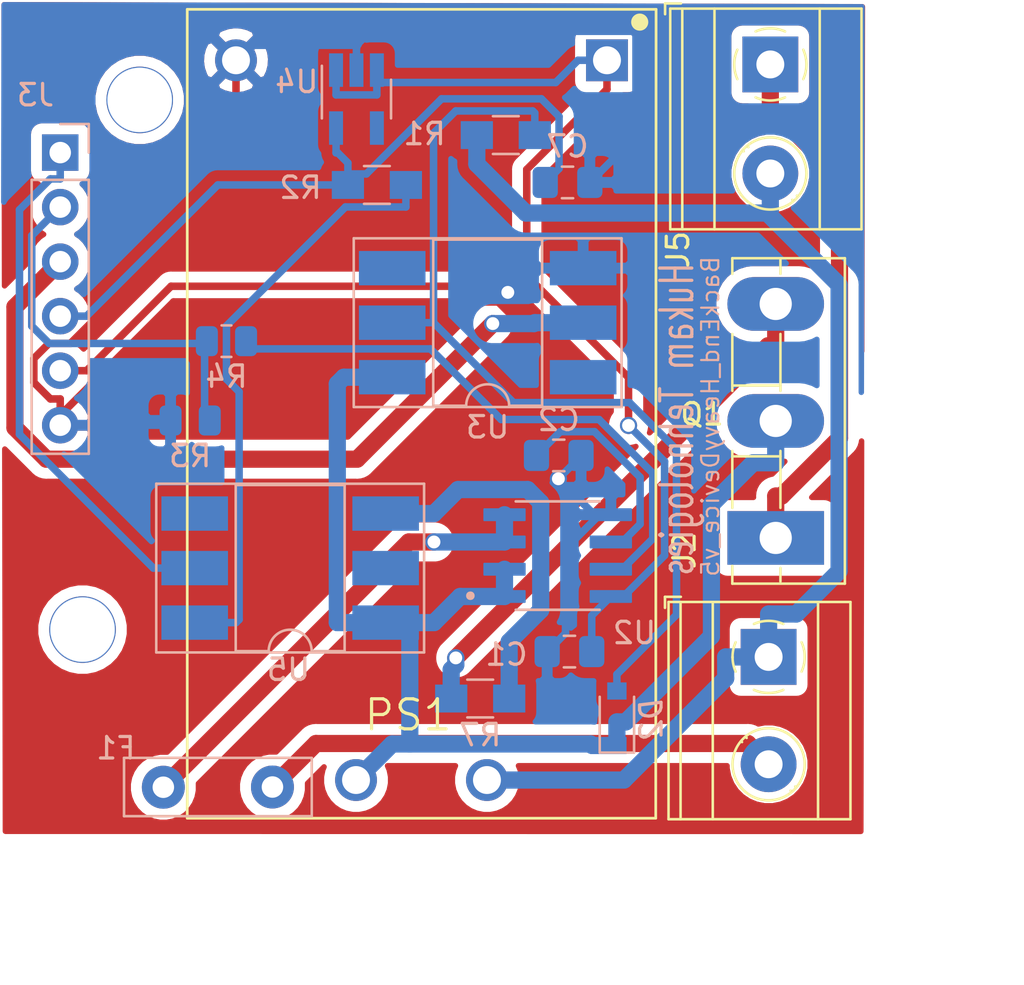
<source format=kicad_pcb>
(kicad_pcb (version 20171130) (host pcbnew 5.1.7-a382d34a8~88~ubuntu18.04.1)

  (general
    (thickness 1.6)
    (drawings 19)
    (tracks 200)
    (zones 0)
    (modules 21)
    (nets 23)
  )

  (page A4)
  (layers
    (0 F.Cu signal)
    (31 B.Cu signal)
    (32 B.Adhes user)
    (33 F.Adhes user)
    (34 B.Paste user)
    (35 F.Paste user)
    (36 B.SilkS user)
    (37 F.SilkS user)
    (38 B.Mask user)
    (39 F.Mask user)
    (40 Dwgs.User user)
    (41 Cmts.User user)
    (42 Eco1.User user)
    (43 Eco2.User user)
    (44 Edge.Cuts user)
    (45 Margin user)
    (46 B.CrtYd user)
    (47 F.CrtYd user)
    (48 B.Fab user)
    (49 F.Fab user)
  )

  (setup
    (last_trace_width 0.35)
    (trace_clearance 0.2)
    (zone_clearance 0.508)
    (zone_45_only no)
    (trace_min 0.2)
    (via_size 0.8)
    (via_drill 0.6)
    (via_min_size 0.4)
    (via_min_drill 0.3)
    (uvia_size 0.5)
    (uvia_drill 0.3)
    (uvias_allowed no)
    (uvia_min_size 0.2)
    (uvia_min_drill 0.1)
    (edge_width 0.1)
    (segment_width 0.2)
    (pcb_text_width 0.3)
    (pcb_text_size 1.5 1.5)
    (mod_edge_width 0.15)
    (mod_text_size 1 1)
    (mod_text_width 0.15)
    (pad_size 3.6 3.6)
    (pad_drill 3.5)
    (pad_to_mask_clearance 0)
    (aux_axis_origin 0 0)
    (visible_elements FFFFF77F)
    (pcbplotparams
      (layerselection 0x331ff_ffffffff)
      (usegerberextensions true)
      (usegerberattributes false)
      (usegerberadvancedattributes false)
      (creategerberjobfile true)
      (excludeedgelayer true)
      (linewidth 0.100000)
      (plotframeref false)
      (viasonmask false)
      (mode 1)
      (useauxorigin false)
      (hpglpennumber 1)
      (hpglpenspeed 20)
      (hpglpendiameter 15.000000)
      (psnegative false)
      (psa4output false)
      (plotreference true)
      (plotvalue true)
      (plotinvisibletext false)
      (padsonsilk false)
      (subtractmaskfromsilk false)
      (outputformat 1)
      (mirror false)
      (drillshape 0)
      (scaleselection 1)
      (outputdirectory "Gerber_BackEnd_HeavyDevice_v4/"))
  )

  (net 0 "")
  (net 1 /5V)
  (net 2 /GND)
  (net 3 /3.3V)
  (net 4 /Mains_Live_In)
  (net 5 "Net-(D2-Pad2)")
  (net 6 /Mains_Neutral)
  (net 7 "Net-(F1-Pad2)")
  (net 8 /Opto_In)
  (net 9 /DSW1)
  (net 10 /Out1)
  (net 11 "Net-(Q1-Pad3)")
  (net 12 "Net-(R2-Pad1)")
  (net 13 "Net-(R7-Pad2)")
  (net 14 /Mains_Live_Out)
  (net 15 "Net-(U3-Pad3)")
  (net 16 "Net-(U3-Pad6)")
  (net 17 "Net-(U4-Pad4)")
  (net 18 "Net-(U5-Pad3)")
  (net 19 "Net-(U5-Pad5)")
  (net 20 /Energy_toStm)
  (net 21 /Energy_frmSensor)
  (net 22 "Net-(C2-Pad2)")

  (net_class Default "This is the default net class."
    (clearance 0.2)
    (trace_width 0.35)
    (via_dia 0.8)
    (via_drill 0.6)
    (uvia_dia 0.5)
    (uvia_drill 0.3)
    (diff_pair_width 0.3)
    (diff_pair_gap 0.25)
    (add_net /3.3V)
    (add_net /5V)
    (add_net /DSW1)
    (add_net /Energy_frmSensor)
    (add_net /Energy_toStm)
    (add_net /GND)
    (add_net "Net-(C2-Pad2)")
    (add_net "Net-(D2-Pad2)")
    (add_net "Net-(R2-Pad1)")
    (add_net "Net-(U3-Pad3)")
    (add_net "Net-(U3-Pad6)")
    (add_net "Net-(U4-Pad4)")
  )

  (net_class AC ""
    (clearance 0.3)
    (trace_width 0.8)
    (via_dia 0.8)
    (via_drill 0.6)
    (uvia_dia 0.5)
    (uvia_drill 0.3)
    (diff_pair_width 0.3)
    (diff_pair_gap 0.25)
    (add_net /Mains_Live_In)
    (add_net /Mains_Live_Out)
    (add_net /Mains_Neutral)
    (add_net /Opto_In)
    (add_net /Out1)
    (add_net "Net-(F1-Pad2)")
    (add_net "Net-(Q1-Pad3)")
    (add_net "Net-(R7-Pad2)")
    (add_net "Net-(U5-Pad3)")
    (add_net "Net-(U5-Pad5)")
  )

  (module Custom_Libraries:MountingHole_2.5mm (layer F.Cu) (tedit 611FEAEF) (tstamp 6195024B)
    (at 114.554 126.1872)
    (descr "Mounting Hole 2.2mm, no annular, M2")
    (tags "mounting hole 2.2mm no annular m2")
    (fp_text reference M2 (at 0 -3.2) (layer F.SilkS) hide
      (effects (font (size 1 1) (thickness 0.15)))
    )
    (fp_text value MountingHole_2.1mm (at 0 3.2 unlocked) (layer F.Fab) hide
      (effects (font (size 1 1) (thickness 0.15)))
    )
    (fp_line (start -1.27 0) (end 1.27 0) (layer Dwgs.User) (width 0.05))
    (fp_line (start 0 1.27) (end 0 -1.27) (layer Dwgs.User) (width 0.05))
    (pad "" thru_hole circle (at 0 0) (size 3.1 3.1) (drill 3) (layers *.Cu *.Mask))
  )

  (module Custom_Libraries:MountingHole_2.5mm (layer F.Cu) (tedit 611FEAEF) (tstamp 61950243)
    (at 117.21592 101.51364)
    (descr "Mounting Hole 2.2mm, no annular, M2")
    (tags "mounting hole 2.2mm no annular m2")
    (fp_text reference M2 (at 0 -3.2) (layer F.SilkS) hide
      (effects (font (size 1 1) (thickness 0.15)))
    )
    (fp_text value MountingHole_2.1mm (at 0 3.2 unlocked) (layer F.Fab) hide
      (effects (font (size 1 1) (thickness 0.15)))
    )
    (fp_line (start -1.27 0) (end 1.27 0) (layer Dwgs.User) (width 0.05))
    (fp_line (start 0 1.27) (end 0 -1.27) (layer Dwgs.User) (width 0.05))
    (pad "" thru_hole circle (at 0 0) (size 3.1 3.1) (drill 3) (layers *.Cu *.Mask))
  )

  (module Capacitors_SMD:C_0805_2012Metric_Pad1.18x1.45mm_HandSolder (layer B.Cu) (tedit 5F68FEEF) (tstamp 5F7973C1)
    (at 137.134 105.357 180)
    (descr "Capacitor SMD 0805 (2012 Metric), square (rectangular) end terminal, IPC_7351 nominal with elongated pad for handsoldering. (Body size source: IPC-SM-782 page 76, https://www.pcb-3d.com/wordpress/wp-content/uploads/ipc-sm-782a_amendment_1_and_2.pdf, https://docs.google.com/spreadsheets/d/1BsfQQcO9C6DZCsRaXUlFlo91Tg2WpOkGARC1WS5S8t0/edit?usp=sharing), generated with kicad-footprint-generator")
    (tags "capacitor handsolder")
    (path /5FB031C3)
    (attr smd)
    (fp_text reference C7 (at 0 1.68) (layer B.SilkS)
      (effects (font (size 1 1) (thickness 0.15)) (justify mirror))
    )
    (fp_text value 2.2uf (at 0 -1.68) (layer B.Fab)
      (effects (font (size 1 1) (thickness 0.15)) (justify mirror))
    )
    (fp_line (start 1.88 -0.98) (end -1.88 -0.98) (layer B.CrtYd) (width 0.05))
    (fp_line (start 1.88 0.98) (end 1.88 -0.98) (layer B.CrtYd) (width 0.05))
    (fp_line (start -1.88 0.98) (end 1.88 0.98) (layer B.CrtYd) (width 0.05))
    (fp_line (start -1.88 -0.98) (end -1.88 0.98) (layer B.CrtYd) (width 0.05))
    (fp_line (start -0.261252 -0.735) (end 0.261252 -0.735) (layer B.SilkS) (width 0.12))
    (fp_line (start -0.261252 0.735) (end 0.261252 0.735) (layer B.SilkS) (width 0.12))
    (fp_line (start 1 -0.625) (end -1 -0.625) (layer B.Fab) (width 0.1))
    (fp_line (start 1 0.625) (end 1 -0.625) (layer B.Fab) (width 0.1))
    (fp_line (start -1 0.625) (end 1 0.625) (layer B.Fab) (width 0.1))
    (fp_line (start -1 -0.625) (end -1 0.625) (layer B.Fab) (width 0.1))
    (fp_text user %R (at 0 0) (layer B.Fab)
      (effects (font (size 0.5 0.5) (thickness 0.08)) (justify mirror))
    )
    (pad 2 smd roundrect (at 1.0375 0 180) (size 1.175 1.45) (layers B.Cu B.Paste B.Mask) (roundrect_rratio 0.212766)
      (net 3 /3.3V))
    (pad 1 smd roundrect (at -1.0375 0 180) (size 1.175 1.45) (layers B.Cu B.Paste B.Mask) (roundrect_rratio 0.212766)
      (net 2 /GND))
    (model ${KISYS3DMOD}/Capacitor_SMD.3dshapes/C_0805_2012Metric.wrl
      (at (xyz 0 0 0))
      (scale (xyz 1 1 1))
      (rotate (xyz 0 0 0))
    )
  )

  (module Capacitors_SMD:C_0805_2012Metric_Pad1.18x1.45mm_HandSolder (layer B.Cu) (tedit 5F68FEEF) (tstamp 6194F79E)
    (at 136.726 118.074 180)
    (descr "Capacitor SMD 0805 (2012 Metric), square (rectangular) end terminal, IPC_7351 nominal with elongated pad for handsoldering. (Body size source: IPC-SM-782 page 76, https://www.pcb-3d.com/wordpress/wp-content/uploads/ipc-sm-782a_amendment_1_and_2.pdf, https://docs.google.com/spreadsheets/d/1BsfQQcO9C6DZCsRaXUlFlo91Tg2WpOkGARC1WS5S8t0/edit?usp=sharing), generated with kicad-footprint-generator")
    (tags "capacitor handsolder")
    (path /61970715)
    (attr smd)
    (fp_text reference C2 (at 0 1.65862 180) (layer B.SilkS)
      (effects (font (size 1 1) (thickness 0.15)) (justify mirror))
    )
    (fp_text value 1nf (at 0 -1.68 180) (layer B.Fab) hide
      (effects (font (size 1 1) (thickness 0.15)) (justify mirror))
    )
    (fp_line (start 1.88 -0.98) (end -1.88 -0.98) (layer B.CrtYd) (width 0.05))
    (fp_line (start 1.88 0.98) (end 1.88 -0.98) (layer B.CrtYd) (width 0.05))
    (fp_line (start -1.88 0.98) (end 1.88 0.98) (layer B.CrtYd) (width 0.05))
    (fp_line (start -1.88 -0.98) (end -1.88 0.98) (layer B.CrtYd) (width 0.05))
    (fp_line (start -0.261252 -0.735) (end 0.261252 -0.735) (layer B.SilkS) (width 0.12))
    (fp_line (start -0.261252 0.735) (end 0.261252 0.735) (layer B.SilkS) (width 0.12))
    (fp_line (start 1 -0.625) (end -1 -0.625) (layer B.Fab) (width 0.1))
    (fp_line (start 1 0.625) (end 1 -0.625) (layer B.Fab) (width 0.1))
    (fp_line (start -1 0.625) (end 1 0.625) (layer B.Fab) (width 0.1))
    (fp_line (start -1 -0.625) (end -1 0.625) (layer B.Fab) (width 0.1))
    (fp_text user %R (at -9.64184 -3.0734 180) (layer B.Fab) hide
      (effects (font (size 0.5 0.5) (thickness 0.08)) (justify mirror))
    )
    (pad 2 smd roundrect (at 1.0375 0 180) (size 1.175 1.45) (layers B.Cu B.Paste B.Mask) (roundrect_rratio 0.212766)
      (net 22 "Net-(C2-Pad2)"))
    (pad 1 smd roundrect (at -1.0375 0 180) (size 1.175 1.45) (layers B.Cu B.Paste B.Mask) (roundrect_rratio 0.212766)
      (net 2 /GND))
    (model ${KISYS3DMOD}/Capacitor_SMD.3dshapes/C_0805_2012Metric.wrl
      (at (xyz 0 0 0))
      (scale (xyz 1 1 1))
      (rotate (xyz 0 0 0))
    )
  )

  (module Capacitors_SMD:C_0805_2012Metric_Pad1.18x1.45mm_HandSolder (layer B.Cu) (tedit 5F68FEEF) (tstamp 6194F78D)
    (at 137.224 127.211 180)
    (descr "Capacitor SMD 0805 (2012 Metric), square (rectangular) end terminal, IPC_7351 nominal with elongated pad for handsoldering. (Body size source: IPC-SM-782 page 76, https://www.pcb-3d.com/wordpress/wp-content/uploads/ipc-sm-782a_amendment_1_and_2.pdf, https://docs.google.com/spreadsheets/d/1BsfQQcO9C6DZCsRaXUlFlo91Tg2WpOkGARC1WS5S8t0/edit?usp=sharing), generated with kicad-footprint-generator")
    (tags "capacitor handsolder")
    (path /6197312A)
    (attr smd)
    (fp_text reference C1 (at 2.93116 -0.13716) (layer B.SilkS)
      (effects (font (size 1 1) (thickness 0.15)) (justify mirror))
    )
    (fp_text value 100nf (at 0 -1.68) (layer B.Fab) hide
      (effects (font (size 1 1) (thickness 0.15)) (justify mirror))
    )
    (fp_line (start 1.88 -0.98) (end -1.88 -0.98) (layer B.CrtYd) (width 0.05))
    (fp_line (start 1.88 0.98) (end 1.88 -0.98) (layer B.CrtYd) (width 0.05))
    (fp_line (start -1.88 0.98) (end 1.88 0.98) (layer B.CrtYd) (width 0.05))
    (fp_line (start -1.88 -0.98) (end -1.88 0.98) (layer B.CrtYd) (width 0.05))
    (fp_line (start -0.261252 -0.735) (end 0.261252 -0.735) (layer B.SilkS) (width 0.12))
    (fp_line (start -0.261252 0.735) (end 0.261252 0.735) (layer B.SilkS) (width 0.12))
    (fp_line (start 1 -0.625) (end -1 -0.625) (layer B.Fab) (width 0.1))
    (fp_line (start 1 0.625) (end 1 -0.625) (layer B.Fab) (width 0.1))
    (fp_line (start -1 0.625) (end 1 0.625) (layer B.Fab) (width 0.1))
    (fp_line (start -1 -0.625) (end -1 0.625) (layer B.Fab) (width 0.1))
    (fp_text user %R (at 0 0) (layer B.Fab) hide
      (effects (font (size 0.5 0.5) (thickness 0.08)) (justify mirror))
    )
    (pad 2 smd roundrect (at 1.0375 0 180) (size 1.175 1.45) (layers B.Cu B.Paste B.Mask) (roundrect_rratio 0.212766)
      (net 2 /GND))
    (pad 1 smd roundrect (at -1.0375 0 180) (size 1.175 1.45) (layers B.Cu B.Paste B.Mask) (roundrect_rratio 0.212766)
      (net 1 /5V))
    (model ${KISYS3DMOD}/Capacitor_SMD.3dshapes/C_0805_2012Metric.wrl
      (at (xyz 0 0 0))
      (scale (xyz 1 1 1))
      (rotate (xyz 0 0 0))
    )
  )

  (module Custom_Libraries:ACS712_20 (layer B.Cu) (tedit 6194DE58) (tstamp 6194EB4B)
    (at 136.675 122.74)
    (path /6194FE73)
    (fp_text reference U2 (at 3.57378 3.60172) (layer B.SilkS)
      (effects (font (size 1 1) (thickness 0.15)) (justify mirror))
    )
    (fp_text value ACS712-20 (at 7.66 -3.637) (layer B.Fab) hide
      (effects (font (size 1 1) (thickness 0.15)) (justify mirror))
    )
    (fp_line (start 3.71 2.75) (end 3.71 -2.75) (layer B.CrtYd) (width 0.05))
    (fp_line (start -3.71 2.75) (end -3.71 -2.75) (layer B.CrtYd) (width 0.05))
    (fp_line (start -3.71 -2.75) (end 3.71 -2.75) (layer B.CrtYd) (width 0.05))
    (fp_line (start -3.71 2.75) (end 3.71 2.75) (layer B.CrtYd) (width 0.05))
    (fp_line (start 1.95 2.45) (end 1.95 -2.45) (layer B.Fab) (width 0.127))
    (fp_line (start -1.95 2.45) (end -1.95 -2.45) (layer B.Fab) (width 0.127))
    (fp_line (start -1.95 -2.525) (end 1.95 -2.525) (layer B.SilkS) (width 0.127))
    (fp_line (start -1.95 2.525) (end 1.95 2.525) (layer B.SilkS) (width 0.127))
    (fp_line (start -1.95 -2.45) (end 1.95 -2.45) (layer B.Fab) (width 0.127))
    (fp_line (start -1.95 2.45) (end 1.95 2.45) (layer B.Fab) (width 0.127))
    (fp_circle (center -4.064 1.87) (end -3.964 1.87) (layer B.Fab) (width 0.2))
    (fp_circle (center -4.064 1.87) (end -3.964 1.87) (layer B.SilkS) (width 0.2))
    (pad 8 smd roundrect (at 2.475 1.905) (size 1.97 0.6) (layers B.Cu B.Paste B.Mask) (roundrect_rratio 0.07000000000000001)
      (net 1 /5V))
    (pad 7 smd roundrect (at 2.475 0.635) (size 1.97 0.6) (layers B.Cu B.Paste B.Mask) (roundrect_rratio 0.07000000000000001)
      (net 21 /Energy_frmSensor))
    (pad 6 smd roundrect (at 2.475 -0.635) (size 1.97 0.6) (layers B.Cu B.Paste B.Mask) (roundrect_rratio 0.07000000000000001)
      (net 22 "Net-(C2-Pad2)"))
    (pad 5 smd roundrect (at 2.475 -1.905) (size 1.97 0.6) (layers B.Cu B.Paste B.Mask) (roundrect_rratio 0.07000000000000001)
      (net 2 /GND))
    (pad 4 smd roundrect (at -2.475 -1.905) (size 1.97 0.6) (layers B.Cu B.Paste B.Mask) (roundrect_rratio 0.07000000000000001)
      (net 7 "Net-(F1-Pad2)"))
    (pad 3 smd roundrect (at -2.475 -0.635) (size 1.97 0.6) (layers B.Cu B.Paste B.Mask) (roundrect_rratio 0.07000000000000001)
      (net 7 "Net-(F1-Pad2)"))
    (pad 2 smd roundrect (at -2.475 0.635) (size 1.97 0.6) (layers B.Cu B.Paste B.Mask) (roundrect_rratio 0.07000000000000001)
      (net 14 /Mains_Live_Out))
    (pad 1 smd roundrect (at -2.475 1.905) (size 1.97 0.6) (layers B.Cu B.Paste B.Mask) (roundrect_rratio 0.07000000000000001)
      (net 14 /Mains_Live_Out))
  )

  (module Custom_Libraries:277 (layer F.Cu) (tedit 614E2384) (tstamp 60F858FD)
    (at 130.335 123.543 270)
    (path /60F8ACFB)
    (fp_text reference PS1 (at 6.62686 0.62484 180) (layer F.SilkS)
      (effects (font (size 1.4 1.4) (thickness 0.15)))
    )
    (fp_text value HLK-PM01 (at -2.1336 8.51662 90) (layer F.Fab) hide
      (effects (font (size 1.4 1.4) (thickness 0.15)))
    )
    (fp_line (start -26.25 10.906) (end -26.25 -10.922) (layer F.Fab) (width 0.127))
    (fp_line (start -26.25 -10.922) (end 11.43 -10.906) (layer F.Fab) (width 0.127))
    (fp_line (start 11.43 -10.906) (end 11.43 10.906) (layer F.Fab) (width 0.127))
    (fp_line (start 11.43 10.906) (end -26.25 10.906) (layer F.Fab) (width 0.127))
    (fp_line (start -26.25 10.906) (end -26.25 -10.922) (layer F.SilkS) (width 0.127))
    (fp_line (start -26.25 -10.922) (end 11.43 -10.906) (layer F.SilkS) (width 0.127))
    (fp_line (start 11.43 -10.906) (end 11.43 10.906) (layer F.SilkS) (width 0.127))
    (fp_line (start 11.43 10.906) (end -26.25 10.906) (layer F.SilkS) (width 0.127))
    (fp_line (start -26.5 11.156) (end -26.5 -11.176) (layer F.CrtYd) (width 0.05))
    (fp_line (start -26.5 -11.176) (end 11.684 -11.156) (layer F.CrtYd) (width 0.05))
    (fp_line (start 11.684 -11.156) (end 11.684 11.156) (layer F.CrtYd) (width 0.05))
    (fp_line (start 11.684 11.176) (end -26.5 11.156) (layer F.CrtYd) (width 0.05))
    (fp_circle (center -25.654 -10.16) (end -25.454 -10.16) (layer F.SilkS) (width 0.4))
    (fp_circle (center -25.654 -10.16) (end -25.454 -10.16) (layer F.Fab) (width 0.4))
    (pad 5 thru_hole rect (at -23.876 -8.636 270) (size 1.95 1.95) (drill 1.3) (layers *.Cu *.Mask)
      (net 1 /5V))
    (pad 2 thru_hole circle (at 9.652 3.048 270) (size 1.95 1.95) (drill 1.3) (layers *.Cu *.Mask)
      (net 14 /Mains_Live_Out))
    (pad 4 thru_hole circle (at -23.876 8.636 270) (size 1.95 1.95) (drill 1.3) (layers *.Cu *.Mask)
      (net 2 /GND))
    (pad 1 thru_hole circle (at 9.652 -3.048 270) (size 1.95 1.95) (drill 1.3) (layers *.Cu *.Mask)
      (net 6 /Mains_Neutral))
  )

  (module Resistors_SMD:R_0805_2012Metric (layer B.Cu) (tedit 614E2261) (tstamp 614E1E99)
    (at 119.564 116.446)
    (descr "Resistor SMD 0805 (2012 Metric), square (rectangular) end terminal, IPC_7351 nominal, (Body size source: IPC-SM-782 page 72, https://www.pcb-3d.com/wordpress/wp-content/uploads/ipc-sm-782a_amendment_1_and_2.pdf), generated with kicad-footprint-generator")
    (tags resistor)
    (path /614E1714)
    (attr smd)
    (fp_text reference R3 (at 0 1.65) (layer B.SilkS)
      (effects (font (size 1 1) (thickness 0.15)) (justify mirror))
    )
    (fp_text value 5K (at 0 -1.65) (layer B.Fab) hide
      (effects (font (size 1 1) (thickness 0.15)) (justify mirror))
    )
    (fp_line (start 1.68 -0.95) (end -1.68 -0.95) (layer B.CrtYd) (width 0.05))
    (fp_line (start 1.68 0.95) (end 1.68 -0.95) (layer B.CrtYd) (width 0.05))
    (fp_line (start -1.68 0.95) (end 1.68 0.95) (layer B.CrtYd) (width 0.05))
    (fp_line (start -1.68 -0.95) (end -1.68 0.95) (layer B.CrtYd) (width 0.05))
    (fp_line (start 1 -0.625) (end -1 -0.625) (layer B.Fab) (width 0.1))
    (fp_line (start 1 0.625) (end 1 -0.625) (layer B.Fab) (width 0.1))
    (fp_line (start -1 0.625) (end 1 0.625) (layer B.Fab) (width 0.1))
    (fp_line (start -1 -0.625) (end -1 0.625) (layer B.Fab) (width 0.1))
    (fp_text user %R (at 0 0) (layer B.Fab) hide
      (effects (font (size 0.5 0.5) (thickness 0.08)) (justify mirror))
    )
    (pad 2 smd roundrect (at 0.9125 0) (size 1.025 1.4) (layers B.Cu B.Paste B.Mask) (roundrect_rratio 0.243902)
      (net 20 /Energy_toStm))
    (pad 1 smd roundrect (at -0.9125 0) (size 1.025 1.4) (layers B.Cu B.Paste B.Mask) (roundrect_rratio 0.243902)
      (net 2 /GND))
    (model ${KISYS3DMOD}/Resistor_SMD.3dshapes/R_0805_2012Metric.wrl
      (at (xyz 0 0 0))
      (scale (xyz 1 1 1))
      (rotate (xyz 0 0 0))
    )
  )

  (module TerminalBlocks_Phoenix:TerminalBlock_Phoenix_MKDS-1,5-2-5.08_1x02_P5.08mm_Horizontal (layer F.Cu) (tedit 614E1FFA) (tstamp 614E0CE1)
    (at 146.576 99.8601 270)
    (descr "Terminal Block Phoenix MKDS-1,5-2-5.08, 2 pins, pitch 5.08mm, size 10.2x9.8mm^2, drill diamater 1.3mm, pad diameter 2.6mm, see http://www.farnell.com/datasheets/100425.pdf, script-generated using https://github.com/pointhi/kicad-footprint-generator/scripts/TerminalBlock_Phoenix")
    (tags "THT Terminal Block Phoenix MKDS-1,5-2-5.08 pitch 5.08mm size 10.2x9.8mm^2 drill 1.3mm pad 2.6mm")
    (path /5F97D0BF)
    (fp_text reference J5 (at 8.62584 4.30044 90) (layer F.SilkS)
      (effects (font (size 1 1) (thickness 0.15)))
    )
    (fp_text value Screw_Terminal_01x02 (at 2.54 5.66 90) (layer F.Fab) hide
      (effects (font (size 1 1) (thickness 0.15)))
    )
    (fp_line (start 7.874 -4.318) (end -2.794 -4.318) (layer F.CrtYd) (width 0.05))
    (fp_line (start 7.874 4.826) (end 7.874 -4.318) (layer F.CrtYd) (width 0.05))
    (fp_line (start -2.794 4.826) (end 7.874 4.826) (layer F.CrtYd) (width 0.05))
    (fp_line (start -2.794 -4.318) (end -2.794 4.826) (layer F.CrtYd) (width 0.05))
    (fp_line (start -2.84 4.9) (end -2.34 4.9) (layer F.SilkS) (width 0.12))
    (fp_line (start -2.84 4.16) (end -2.84 4.9) (layer F.SilkS) (width 0.12))
    (fp_line (start 3.853 1.023) (end 3.806 1.069) (layer F.SilkS) (width 0.12))
    (fp_line (start 6.15 -1.275) (end 6.115 -1.239) (layer F.SilkS) (width 0.12))
    (fp_line (start 4.046 1.239) (end 4.011 1.274) (layer F.SilkS) (width 0.12))
    (fp_line (start 6.355 -1.069) (end 6.308 -1.023) (layer F.SilkS) (width 0.12))
    (fp_line (start 6.035 -1.138) (end 3.943 0.955) (layer F.Fab) (width 0.1))
    (fp_line (start 6.218 -0.955) (end 4.126 1.138) (layer F.Fab) (width 0.1))
    (fp_line (start 0.955 -1.138) (end -1.138 0.955) (layer F.Fab) (width 0.1))
    (fp_line (start 1.138 -0.955) (end -0.955 1.138) (layer F.Fab) (width 0.1))
    (fp_line (start 7.68 -4.245) (end 7.68 4.66) (layer F.SilkS) (width 0.12))
    (fp_line (start -2.6 -4.245) (end -2.6 4.66) (layer F.SilkS) (width 0.12))
    (fp_line (start -2.6 4.66) (end 7.68 4.66) (layer F.SilkS) (width 0.12))
    (fp_line (start -2.6 -4.245) (end 7.68 -4.245) (layer F.SilkS) (width 0.12))
    (fp_line (start -2.6 -2.301) (end 7.68 -2.301) (layer F.SilkS) (width 0.12))
    (fp_line (start -2.54 -2.3) (end 7.62 -2.3) (layer F.Fab) (width 0.1))
    (fp_line (start -2.6 2.6) (end 7.68 2.6) (layer F.SilkS) (width 0.12))
    (fp_line (start -2.54 2.6) (end 7.62 2.6) (layer F.Fab) (width 0.1))
    (fp_line (start -2.6 4.1) (end 7.68 4.1) (layer F.SilkS) (width 0.12))
    (fp_line (start -2.54 4.1) (end 7.62 4.1) (layer F.Fab) (width 0.1))
    (fp_line (start -2.54 4.1) (end -2.54 -4.184) (layer F.Fab) (width 0.1))
    (fp_line (start -2.04 4.6) (end -2.54 4.1) (layer F.Fab) (width 0.1))
    (fp_line (start 7.62 4.6) (end -2.04 4.6) (layer F.Fab) (width 0.1))
    (fp_line (start 7.62 -4.184) (end 7.62 4.6) (layer F.Fab) (width 0.1))
    (fp_line (start -2.54 -4.184) (end 7.62 -4.184) (layer F.Fab) (width 0.1))
    (fp_circle (center 5.08 0) (end 6.76 0) (layer F.SilkS) (width 0.12))
    (fp_circle (center 5.08 0) (end 6.58 0) (layer F.Fab) (width 0.1))
    (fp_circle (center 0 0) (end 1.5 0) (layer F.Fab) (width 0.1))
    (fp_arc (start 0 0) (end 0 1.68) (angle -24) (layer F.SilkS) (width 0.12))
    (fp_arc (start 0 0) (end 1.535 0.684) (angle -48) (layer F.SilkS) (width 0.12))
    (fp_arc (start 0 0) (end 0.684 -1.535) (angle -48) (layer F.SilkS) (width 0.12))
    (fp_arc (start 0 0) (end -1.535 -0.684) (angle -48) (layer F.SilkS) (width 0.12))
    (fp_arc (start 0 0) (end -0.684 1.535) (angle -25) (layer F.SilkS) (width 0.12))
    (fp_text user %R (at 2.54 3.2 90) (layer F.Fab) hide
      (effects (font (size 1 1) (thickness 0.15)))
    )
    (pad 1 thru_hole rect (at 0 0 270) (size 2.6 2.6) (drill 1.3) (layers *.Cu *.Mask)
      (net 10 /Out1))
    (pad 2 thru_hole circle (at 5.08 0 270) (size 2.6 2.6) (drill 1.3) (layers *.Cu *.Mask)
      (net 6 /Mains_Neutral))
    (model ${KISYS3DMOD}/TerminalBlock_Phoenix.3dshapes/TerminalBlock_Phoenix_MKDS-1,5-2-5.08_1x02_P5.08mm_Horizontal.wrl
      (at (xyz 0 0 0))
      (scale (xyz 1 1 1))
      (rotate (xyz 0 0 0))
    )
  )

  (module TerminalBlocks_Phoenix:TerminalBlock_Phoenix_MKDS-1,5-2_1x02_P5.00mm_Horizontal (layer F.Cu) (tedit 614E21E4) (tstamp 614E0CB6)
    (at 146.497 127.46 270)
    (descr "Terminal Block Phoenix MKDS-1,5-2, 2 pins, pitch 5mm, size 10x9.8mm^2, drill diamater 1.3mm, pad diameter 2.6mm, see http://www.farnell.com/datasheets/100425.pdf, script-generated using https://github.com/pointhi/kicad-footprint-generator/scripts/TerminalBlock_Phoenix")
    (tags "THT Terminal Block Phoenix MKDS-1,5-2 pitch 5mm size 10x9.8mm^2 drill 1.3mm pad 2.6mm")
    (path /5F66980C)
    (fp_text reference J2 (at -4.95326 3.92426 90) (layer F.SilkS)
      (effects (font (size 1 1) (thickness 0.15)))
    )
    (fp_text value Screw_Terminal_01x02 (at 2.5 5.66 90) (layer F.Fab) hide
      (effects (font (size 1 1) (thickness 0.15)))
    )
    (fp_circle (center 0 0) (end 1.5 0) (layer F.Fab) (width 0.1))
    (fp_circle (center 5 0) (end 6.5 0) (layer F.Fab) (width 0.1))
    (fp_circle (center 5 0) (end 6.68 0) (layer F.SilkS) (width 0.12))
    (fp_line (start -2.5 -3.81) (end 7.5 -3.81) (layer F.Fab) (width 0.1))
    (fp_line (start 7.5 -3.81) (end 7.5 4.6) (layer F.Fab) (width 0.1))
    (fp_line (start 7.5 4.6) (end -2 4.6) (layer F.Fab) (width 0.1))
    (fp_line (start -2 4.6) (end -2.5 4.1) (layer F.Fab) (width 0.1))
    (fp_line (start -2.5 4.1) (end -2.5 -3.81) (layer F.Fab) (width 0.1))
    (fp_line (start -2.5 4.1) (end 7.5 4.1) (layer F.Fab) (width 0.1))
    (fp_line (start -2.56 4.1) (end 7.56 4.1) (layer F.SilkS) (width 0.12))
    (fp_line (start -2.5 2.6) (end 7.5 2.6) (layer F.Fab) (width 0.1))
    (fp_line (start -2.56 2.6) (end 7.56 2.6) (layer F.SilkS) (width 0.12))
    (fp_line (start -2.5 -2.3) (end 7.5 -2.3) (layer F.Fab) (width 0.1))
    (fp_line (start -2.56 -2.301) (end 7.56 -2.301) (layer F.SilkS) (width 0.12))
    (fp_line (start -2.56 -3.81) (end 7.56 -3.81) (layer F.SilkS) (width 0.12))
    (fp_line (start -2.56 4.66) (end 7.56 4.66) (layer F.SilkS) (width 0.12))
    (fp_line (start -2.56 -3.81) (end -2.56 4.66) (layer F.SilkS) (width 0.12))
    (fp_line (start 7.56 -3.81) (end 7.56 4.66) (layer F.SilkS) (width 0.12))
    (fp_line (start 1.138 -0.955) (end -0.955 1.138) (layer F.Fab) (width 0.1))
    (fp_line (start 0.955 -1.138) (end -1.138 0.955) (layer F.Fab) (width 0.1))
    (fp_line (start 6.138 -0.955) (end 4.046 1.138) (layer F.Fab) (width 0.1))
    (fp_line (start 5.955 -1.138) (end 3.863 0.955) (layer F.Fab) (width 0.1))
    (fp_line (start 6.275 -1.069) (end 6.228 -1.023) (layer F.SilkS) (width 0.12))
    (fp_line (start 3.966 1.239) (end 3.931 1.274) (layer F.SilkS) (width 0.12))
    (fp_line (start 6.07 -1.275) (end 6.035 -1.239) (layer F.SilkS) (width 0.12))
    (fp_line (start 3.773 1.023) (end 3.726 1.069) (layer F.SilkS) (width 0.12))
    (fp_line (start -2.8 4.086) (end -2.8 4.826) (layer F.SilkS) (width 0.12))
    (fp_line (start -2.8 4.826) (end -2.286 4.826) (layer F.SilkS) (width 0.12))
    (fp_line (start -2.794 -4.064) (end -2.794 4.826) (layer F.CrtYd) (width 0.05))
    (fp_line (start -2.794 4.826) (end 7.62 4.826) (layer F.CrtYd) (width 0.05))
    (fp_line (start 7.62 4.826) (end 7.62 -4.064) (layer F.CrtYd) (width 0.05))
    (fp_line (start 7.62 -4.064) (end -2.794 -4.064) (layer F.CrtYd) (width 0.05))
    (fp_arc (start 0 0) (end 0 1.68) (angle -24) (layer F.SilkS) (width 0.12))
    (fp_arc (start 0 0) (end 1.535 0.684) (angle -48) (layer F.SilkS) (width 0.12))
    (fp_arc (start 0 0) (end 0.684 -1.535) (angle -48) (layer F.SilkS) (width 0.12))
    (fp_arc (start 0 0) (end -1.535 -0.684) (angle -48) (layer F.SilkS) (width 0.12))
    (fp_arc (start 0 0) (end -0.684 1.535) (angle -25) (layer F.SilkS) (width 0.12))
    (fp_text user %R (at 2.5 3.2 90) (layer F.Fab) hide
      (effects (font (size 1 1) (thickness 0.15)))
    )
    (pad 1 thru_hole rect (at 0 0 270) (size 2.6 2.6) (drill 1.3) (layers *.Cu *.Mask)
      (net 6 /Mains_Neutral))
    (pad 2 thru_hole circle (at 5 0 270) (size 2.6 2.6) (drill 1.3) (layers *.Cu *.Mask)
      (net 4 /Mains_Live_In))
    (model ${KISYS3DMOD}/TerminalBlock_Phoenix.3dshapes/TerminalBlock_Phoenix_MKDS-1,5-2_1x02_P5.00mm_Horizontal.wrl
      (at (xyz 0 0 0))
      (scale (xyz 1 1 1))
      (rotate (xyz 0 0 0))
    )
  )

  (module Resistors_SMD:R_0805_2012Metric (layer B.Cu) (tedit 5F68FEEE) (tstamp 614E1EAA)
    (at 121.255 112.751)
    (descr "Resistor SMD 0805 (2012 Metric), square (rectangular) end terminal, IPC_7351 nominal, (Body size source: IPC-SM-782 page 72, https://www.pcb-3d.com/wordpress/wp-content/uploads/ipc-sm-782a_amendment_1_and_2.pdf), generated with kicad-footprint-generator")
    (tags resistor)
    (path /614E2D98)
    (attr smd)
    (fp_text reference R4 (at 0 1.65) (layer B.SilkS)
      (effects (font (size 1 1) (thickness 0.15)) (justify mirror))
    )
    (fp_text value 5K (at 0 -1.65) (layer B.Fab) hide
      (effects (font (size 1 1) (thickness 0.15)) (justify mirror))
    )
    (fp_line (start -1 -0.625) (end -1 0.625) (layer B.Fab) (width 0.1))
    (fp_line (start -1 0.625) (end 1 0.625) (layer B.Fab) (width 0.1))
    (fp_line (start 1 0.625) (end 1 -0.625) (layer B.Fab) (width 0.1))
    (fp_line (start 1 -0.625) (end -1 -0.625) (layer B.Fab) (width 0.1))
    (fp_line (start -0.227064 0.735) (end 0.227064 0.735) (layer B.SilkS) (width 0.12))
    (fp_line (start -0.227064 -0.735) (end 0.227064 -0.735) (layer B.SilkS) (width 0.12))
    (fp_line (start -1.68 -0.95) (end -1.68 0.95) (layer B.CrtYd) (width 0.05))
    (fp_line (start -1.68 0.95) (end 1.68 0.95) (layer B.CrtYd) (width 0.05))
    (fp_line (start 1.68 0.95) (end 1.68 -0.95) (layer B.CrtYd) (width 0.05))
    (fp_line (start 1.68 -0.95) (end -1.68 -0.95) (layer B.CrtYd) (width 0.05))
    (fp_text user %R (at 0 0) (layer B.Fab) hide
      (effects (font (size 0.5 0.5) (thickness 0.08)) (justify mirror))
    )
    (pad 2 smd roundrect (at 0.9125 0) (size 1.025 1.4) (layers B.Cu B.Paste B.Mask) (roundrect_rratio 0.243902)
      (net 21 /Energy_frmSensor))
    (pad 1 smd roundrect (at -0.9125 0) (size 1.025 1.4) (layers B.Cu B.Paste B.Mask) (roundrect_rratio 0.243902)
      (net 20 /Energy_toStm))
    (model ${KISYS3DMOD}/Resistor_SMD.3dshapes/R_0805_2012Metric.wrl
      (at (xyz 0 0 0))
      (scale (xyz 1 1 1))
      (rotate (xyz 0 0 0))
    )
  )

  (module Custom_Libraries:GN27120BN (layer F.Cu) (tedit 611BB446) (tstamp 5F797563)
    (at 146.827 121.917 90)
    (descr "TO-264, Vertical, RM 5.45mm")
    (tags "TO-264 Vertical RM 5.45mm")
    (path /5F77F666)
    (fp_text reference Q1 (at 5.76072 -3.429) (layer F.SilkS)
      (effects (font (size 1 1) (thickness 0.15)))
    )
    (fp_text value BT136-500 (at 5.45 6.47 90) (layer F.Fab) hide
      (effects (font (size 1 1) (thickness 0.15)))
    )
    (fp_line (start -2.01 -1.9) (end -2.01 3.1) (layer F.Fab) (width 0.1))
    (fp_line (start -2.01 3.1) (end 12.91 3.1) (layer F.Fab) (width 0.1))
    (fp_line (start 12.91 3.1) (end 12.91 -1.9) (layer F.Fab) (width 0.1))
    (fp_line (start 12.91 -1.9) (end -2.01 -1.9) (layer F.Fab) (width 0.1))
    (fp_line (start -2.032 0.1) (end 12.954 0.1) (layer F.Fab) (width 0.1))
    (fp_line (start 3.8 -1.9) (end 3.8 0.1) (layer F.Fab) (width 0.1))
    (fp_line (start 7.1 -1.9) (end 7.1 0.1) (layer F.Fab) (width 0.1))
    (fp_line (start -2.13 -2.021) (end -1.302 -2.021) (layer F.SilkS) (width 0.12))
    (fp_line (start 1.4 -2.021) (end 4.051 -2.021) (layer F.SilkS) (width 0.12))
    (fp_line (start 6.85 -2.021) (end 9.5 -2.021) (layer F.SilkS) (width 0.12))
    (fp_line (start 12.3 -2.021) (end 13.03 -2.021) (layer F.SilkS) (width 0.12))
    (fp_line (start -2.13 3.22) (end 13.03 3.22) (layer F.SilkS) (width 0.12))
    (fp_line (start -2.13 -2.021) (end -2.13 3.22) (layer F.SilkS) (width 0.12))
    (fp_line (start 13.03 -2.021) (end 13.03 3.22) (layer F.SilkS) (width 0.12))
    (fp_line (start -2.032 0.22) (end -1.4 0.22) (layer F.SilkS) (width 0.12))
    (fp_line (start 1.4 0.22) (end 4.051 0.22) (layer F.SilkS) (width 0.12))
    (fp_line (start 6.85 0.22) (end 9.5 0.22) (layer F.SilkS) (width 0.12))
    (fp_line (start 12.3 0.22) (end 12.954 0.22) (layer F.SilkS) (width 0.12))
    (fp_line (start 3.8 -2.021) (end 3.8 0.22) (layer F.SilkS) (width 0.12))
    (fp_line (start 7.1 -2.021) (end 7.1 0.22) (layer F.SilkS) (width 0.12))
    (fp_line (start -2.26 -2.5) (end -2.26 3.35) (layer F.CrtYd) (width 0.05))
    (fp_line (start -2.26 3.35) (end 13.16 3.35) (layer F.CrtYd) (width 0.05))
    (fp_line (start 13.16 3.35) (end 13.16 -2.5) (layer F.CrtYd) (width 0.05))
    (fp_line (start 13.16 -2.5) (end -2.26 -2.5) (layer F.CrtYd) (width 0.05))
    (fp_text user %R (at 5.45 -3.02 90) (layer F.Fab) hide
      (effects (font (size 1 1) (thickness 0.15)))
    )
    (pad 1 thru_hole rect (at 0 0 90) (size 2.5 4.5) (drill 1.5) (layers *.Cu *.Mask)
      (net 10 /Out1))
    (pad 2 thru_hole oval (at 5.45 0 90) (size 2.5 4.5) (drill 1.5) (layers *.Cu *.Mask)
      (net 14 /Mains_Live_Out))
    (pad 3 thru_hole oval (at 10.9 0 90) (size 2.5 4.5) (drill 1.5) (layers *.Cu *.Mask)
      (net 11 "Net-(Q1-Pad3)"))
    (model ${KISYS3DMOD}/TO_SOT_Packages_THT.3dshapes/TO-264_Vertical.wrl
      (at (xyz 0 0 0))
      (scale (xyz 0.393701 0.393701 0.393701))
      (rotate (xyz 0 0 0))
    )
  )

  (module Fuse_Holders_and_Fuses:Fuse_TE5_Littlefuse-395Series (layer B.Cu) (tedit 611BB266) (tstamp 5F7974DA)
    (at 123.396 133.52 180)
    (descr "Fuse, TE5, Littlefuse/Wickmann, No. 460, No560,")
    (tags "Fuse TE5 Littlefuse/Wickmann No. 460 No560 ")
    (path /5F656F09)
    (fp_text reference F1 (at 7.2926 1.8083 180) (layer B.SilkS)
      (effects (font (size 1 1) (thickness 0.15)) (justify mirror))
    )
    (fp_text value Fuse_Small (at 2.35 -2.338 180) (layer B.Fab) hide
      (effects (font (size 1 1) (thickness 0.15)) (justify mirror))
    )
    (fp_line (start -1.71 -1.238) (end 6.79 -1.238) (layer B.Fab) (width 0.1))
    (fp_line (start 6.79 -1.238) (end 6.79 1.238) (layer B.Fab) (width 0.1))
    (fp_line (start 6.79 1.238) (end -1.71 1.238) (layer B.Fab) (width 0.1))
    (fp_line (start -1.71 1.238) (end -1.71 -1.238) (layer B.Fab) (width 0.1))
    (fp_line (start -1.96 1.488) (end 7.04 1.488) (layer B.CrtYd) (width 0.05))
    (fp_line (start -1.96 1.488) (end -1.96 -1.488) (layer B.CrtYd) (width 0.05))
    (fp_line (start 7.04 -1.488) (end 7.04 1.488) (layer B.CrtYd) (width 0.05))
    (fp_line (start 7.04 -1.488) (end -1.96 -1.488) (layer B.CrtYd) (width 0.05))
    (fp_line (start -1.83 1.358) (end 6.91 1.358) (layer B.SilkS) (width 0.12))
    (fp_line (start -1.83 1.358) (end -1.83 -1.358) (layer B.SilkS) (width 0.12))
    (fp_line (start 6.91 -1.358) (end 6.91 1.358) (layer B.SilkS) (width 0.12))
    (fp_line (start 6.91 -1.358) (end -1.83 -1.358) (layer B.SilkS) (width 0.12))
    (pad 2 thru_hole circle (at 5.08 -0.01 180) (size 2 2) (drill 1) (layers *.Cu *.Mask)
      (net 7 "Net-(F1-Pad2)"))
    (pad 1 thru_hole circle (at 0 0 180) (size 2 2) (drill 1) (layers *.Cu *.Mask)
      (net 4 /Mains_Live_In))
  )

  (module Diodes_SMD:D_0805 (layer B.Cu) (tedit 610BD9FD) (tstamp 5F797408)
    (at 139.433 130.317 90)
    (descr "Diode SMD in 0805 package http://datasheets.avx.com/schottky.pdf")
    (tags "smd diode")
    (path /5F6922E0)
    (attr smd)
    (fp_text reference D2 (at 0.04826 2.18948) (layer B.SilkS) hide
      (effects (font (size 1 1) (thickness 0.15)) (justify mirror))
    )
    (fp_text value IN14007 (at 0 -1.7 90) (layer B.Fab) hide
      (effects (font (size 1 1) (thickness 0.15)) (justify mirror))
    )
    (fp_line (start -1.6 0.8) (end 1 0.8) (layer B.SilkS) (width 0.12))
    (fp_line (start -1.6 -0.8) (end 1 -0.8) (layer B.SilkS) (width 0.12))
    (fp_line (start -1 0.65) (end 1 0.65) (layer B.Fab) (width 0.1))
    (fp_line (start 1 0.65) (end 1 -0.65) (layer B.Fab) (width 0.1))
    (fp_line (start 1 -0.65) (end -1 -0.65) (layer B.Fab) (width 0.1))
    (fp_line (start -1 -0.65) (end -1 0.65) (layer B.Fab) (width 0.1))
    (fp_line (start 0.2 0.2) (end -0.1 0) (layer B.Fab) (width 0.1))
    (fp_line (start -0.1 0) (end 0.2 -0.2) (layer B.Fab) (width 0.1))
    (fp_line (start 0.2 -0.2) (end 0.2 0.2) (layer B.Fab) (width 0.1))
    (fp_line (start -0.1 0.2) (end -0.1 -0.2) (layer B.Fab) (width 0.1))
    (fp_line (start -0.1 0) (end -0.3 0) (layer B.Fab) (width 0.1))
    (fp_line (start 0.2 0) (end 0.4 0) (layer B.Fab) (width 0.1))
    (fp_line (start -1.7 0.88) (end 1.7 0.88) (layer B.CrtYd) (width 0.05))
    (fp_line (start 1.7 0.88) (end 1.7 -0.88) (layer B.CrtYd) (width 0.05))
    (fp_line (start 1.7 -0.88) (end -1.7 -0.88) (layer B.CrtYd) (width 0.05))
    (fp_line (start -1.7 -0.88) (end -1.7 0.88) (layer B.CrtYd) (width 0.05))
    (fp_line (start -1.6 0.8) (end -1.6 -0.8) (layer B.SilkS) (width 0.12))
    (fp_text user %R (at 0 1.6 90) (layer B.SilkS)
      (effects (font (size 1 1) (thickness 0.15) italic) (justify mirror))
    )
    (pad 1 smd rect (at -1.27 0 90) (size 0.8 0.9) (layers B.Cu B.Paste B.Mask)
      (net 14 /Mains_Live_Out))
    (pad 2 smd rect (at 1.27 0 90) (size 0.8 0.9) (layers B.Cu B.Paste B.Mask)
      (net 5 "Net-(D2-Pad2)"))
    (model ${KISYS3DMOD}/Diodes_SMD.3dshapes/D_0805.wrl
      (at (xyz 0 0 0))
      (scale (xyz 1 1 1))
      (rotate (xyz 0 0 0))
    )
  )

  (module Resistors_SMD:R_0805_HandSoldering (layer B.Cu) (tedit 58E0A804) (tstamp 5F797587)
    (at 134.261 103.152 180)
    (descr "Resistor SMD 0805, hand soldering")
    (tags "resistor 0805")
    (path /5F6968FD)
    (attr smd)
    (fp_text reference R1 (at 3.78374 0.0534) (layer B.SilkS)
      (effects (font (size 1 1) (thickness 0.15)) (justify mirror))
    )
    (fp_text value 220K (at 0 -1.75) (layer B.Fab) hide
      (effects (font (size 1 1) (thickness 0.15)) (justify mirror))
    )
    (fp_line (start 2.35 -0.9) (end -2.35 -0.9) (layer B.CrtYd) (width 0.05))
    (fp_line (start 2.35 -0.9) (end 2.35 0.9) (layer B.CrtYd) (width 0.05))
    (fp_line (start -2.35 0.9) (end -2.35 -0.9) (layer B.CrtYd) (width 0.05))
    (fp_line (start -2.35 0.9) (end 2.35 0.9) (layer B.CrtYd) (width 0.05))
    (fp_line (start -0.6 0.88) (end 0.6 0.88) (layer B.SilkS) (width 0.12))
    (fp_line (start 0.6 -0.88) (end -0.6 -0.88) (layer B.SilkS) (width 0.12))
    (fp_line (start -1 0.62) (end 1 0.62) (layer B.Fab) (width 0.1))
    (fp_line (start 1 0.62) (end 1 -0.62) (layer B.Fab) (width 0.1))
    (fp_line (start 1 -0.62) (end -1 -0.62) (layer B.Fab) (width 0.1))
    (fp_line (start -1 -0.62) (end -1 0.62) (layer B.Fab) (width 0.1))
    (fp_text user %R (at 0 0) (layer B.Fab) hide
      (effects (font (size 0.5 0.5) (thickness 0.075)) (justify mirror))
    )
    (pad 1 smd rect (at -1.35 0 180) (size 1.5 1.3) (layers B.Cu B.Paste B.Mask)
      (net 5 "Net-(D2-Pad2)"))
    (pad 2 smd rect (at 1.35 0 180) (size 1.5 1.3) (layers B.Cu B.Paste B.Mask)
      (net 6 /Mains_Neutral))
    (model ${KISYS3DMOD}/Resistors_SMD.3dshapes/R_0805.wrl
      (at (xyz 0 0 0))
      (scale (xyz 1 1 1))
      (rotate (xyz 0 0 0))
    )
  )

  (module Resistors_SMD:R_0805_HandSoldering (layer B.Cu) (tedit 58E0A804) (tstamp 5F797598)
    (at 128.259 105.474 180)
    (descr "Resistor SMD 0805, hand soldering")
    (tags "resistor 0805")
    (path /5F76C623)
    (attr smd)
    (fp_text reference R2 (at 3.5577 -0.1265) (layer B.SilkS)
      (effects (font (size 1 1) (thickness 0.15)) (justify mirror))
    )
    (fp_text value 100E (at 0 -1.75) (layer B.Fab) hide
      (effects (font (size 1 1) (thickness 0.15)) (justify mirror))
    )
    (fp_line (start -1 -0.62) (end -1 0.62) (layer B.Fab) (width 0.1))
    (fp_line (start 1 -0.62) (end -1 -0.62) (layer B.Fab) (width 0.1))
    (fp_line (start 1 0.62) (end 1 -0.62) (layer B.Fab) (width 0.1))
    (fp_line (start -1 0.62) (end 1 0.62) (layer B.Fab) (width 0.1))
    (fp_line (start 0.6 -0.88) (end -0.6 -0.88) (layer B.SilkS) (width 0.12))
    (fp_line (start -0.6 0.88) (end 0.6 0.88) (layer B.SilkS) (width 0.12))
    (fp_line (start -2.35 0.9) (end 2.35 0.9) (layer B.CrtYd) (width 0.05))
    (fp_line (start -2.35 0.9) (end -2.35 -0.9) (layer B.CrtYd) (width 0.05))
    (fp_line (start 2.35 -0.9) (end 2.35 0.9) (layer B.CrtYd) (width 0.05))
    (fp_line (start 2.35 -0.9) (end -2.35 -0.9) (layer B.CrtYd) (width 0.05))
    (fp_text user %R (at 0 0) (layer B.Fab) hide
      (effects (font (size 0.5 0.5) (thickness 0.075)) (justify mirror))
    )
    (pad 2 smd rect (at 1.35 0 180) (size 1.5 1.3) (layers B.Cu B.Paste B.Mask)
      (net 3 /3.3V))
    (pad 1 smd rect (at -1.35 0 180) (size 1.5 1.3) (layers B.Cu B.Paste B.Mask)
      (net 12 "Net-(R2-Pad1)"))
    (model ${KISYS3DMOD}/Resistors_SMD.3dshapes/R_0805.wrl
      (at (xyz 0 0 0))
      (scale (xyz 1 1 1))
      (rotate (xyz 0 0 0))
    )
  )

  (module Resistors_SMD:R_0805_HandSoldering (layer B.Cu) (tedit 58E0A804) (tstamp 5F7975ED)
    (at 133.068 129.398)
    (descr "Resistor SMD 0805, hand soldering")
    (tags "resistor 0805")
    (path /5F787825)
    (attr smd)
    (fp_text reference R7 (at 0 1.7) (layer B.SilkS)
      (effects (font (size 1 1) (thickness 0.15)) (justify mirror))
    )
    (fp_text value 470E (at 0 -1.75) (layer B.Fab) hide
      (effects (font (size 1 1) (thickness 0.15)) (justify mirror))
    )
    (fp_line (start 2.35 -0.9) (end -2.35 -0.9) (layer B.CrtYd) (width 0.05))
    (fp_line (start 2.35 -0.9) (end 2.35 0.9) (layer B.CrtYd) (width 0.05))
    (fp_line (start -2.35 0.9) (end -2.35 -0.9) (layer B.CrtYd) (width 0.05))
    (fp_line (start -2.35 0.9) (end 2.35 0.9) (layer B.CrtYd) (width 0.05))
    (fp_line (start -0.6 0.88) (end 0.6 0.88) (layer B.SilkS) (width 0.12))
    (fp_line (start 0.6 -0.88) (end -0.6 -0.88) (layer B.SilkS) (width 0.12))
    (fp_line (start -1 0.62) (end 1 0.62) (layer B.Fab) (width 0.1))
    (fp_line (start 1 0.62) (end 1 -0.62) (layer B.Fab) (width 0.1))
    (fp_line (start 1 -0.62) (end -1 -0.62) (layer B.Fab) (width 0.1))
    (fp_line (start -1 -0.62) (end -1 0.62) (layer B.Fab) (width 0.1))
    (fp_text user %R (at 0 0) (layer B.Fab) hide
      (effects (font (size 0.5 0.5) (thickness 0.075)) (justify mirror))
    )
    (pad 1 smd rect (at -1.35 0) (size 1.5 1.3) (layers B.Cu B.Paste B.Mask)
      (net 11 "Net-(Q1-Pad3)"))
    (pad 2 smd rect (at 1.35 0) (size 1.5 1.3) (layers B.Cu B.Paste B.Mask)
      (net 13 "Net-(R7-Pad2)"))
    (model ${KISYS3DMOD}/Resistors_SMD.3dshapes/R_0805.wrl
      (at (xyz 0 0 0))
      (scale (xyz 1 1 1))
      (rotate (xyz 0 0 0))
    )
  )

  (module Housings_DIP:DIP-6_W8.89mm_SMDSocket_LongPads (layer B.Cu) (tedit 59C78D6B) (tstamp 5F79767E)
    (at 133.416 111.89)
    (descr "6-lead though-hole mounted DIP package, row spacing 8.89 mm (350 mils), SMDSocket, LongPads")
    (tags "THT DIP DIL PDIP 2.54mm 8.89mm 350mil SMDSocket LongPads")
    (path /5F6907F0)
    (attr smd)
    (fp_text reference U3 (at 0 4.87) (layer B.SilkS)
      (effects (font (size 1 1) (thickness 0.15)) (justify mirror))
    )
    (fp_text value 4N35 (at 0 -4.87) (layer B.Fab) hide
      (effects (font (size 1 1) (thickness 0.15)) (justify mirror))
    )
    (fp_line (start 6.25 4.15) (end -6.25 4.15) (layer B.CrtYd) (width 0.05))
    (fp_line (start 6.25 -4.15) (end 6.25 4.15) (layer B.CrtYd) (width 0.05))
    (fp_line (start -6.25 -4.15) (end 6.25 -4.15) (layer B.CrtYd) (width 0.05))
    (fp_line (start -6.25 4.15) (end -6.25 -4.15) (layer B.CrtYd) (width 0.05))
    (fp_line (start 6.235 3.93) (end -6.235 3.93) (layer B.SilkS) (width 0.12))
    (fp_line (start 6.235 -3.93) (end 6.235 3.93) (layer B.SilkS) (width 0.12))
    (fp_line (start -6.235 -3.93) (end 6.235 -3.93) (layer B.SilkS) (width 0.12))
    (fp_line (start -6.235 3.93) (end -6.235 -3.93) (layer B.SilkS) (width 0.12))
    (fp_line (start 2.535 3.87) (end 1 3.87) (layer B.SilkS) (width 0.12))
    (fp_line (start 2.535 -3.87) (end 2.535 3.87) (layer B.SilkS) (width 0.12))
    (fp_line (start -2.535 -3.87) (end 2.535 -3.87) (layer B.SilkS) (width 0.12))
    (fp_line (start -2.535 3.87) (end -2.535 -3.87) (layer B.SilkS) (width 0.12))
    (fp_line (start -1 3.87) (end -2.535 3.87) (layer B.SilkS) (width 0.12))
    (fp_line (start 5.08 3.87) (end -5.08 3.87) (layer B.Fab) (width 0.1))
    (fp_line (start 5.08 -3.87) (end 5.08 3.87) (layer B.Fab) (width 0.1))
    (fp_line (start -5.08 -3.87) (end 5.08 -3.87) (layer B.Fab) (width 0.1))
    (fp_line (start -5.08 3.87) (end -5.08 -3.87) (layer B.Fab) (width 0.1))
    (fp_line (start -3.175 2.81) (end -2.175 3.81) (layer B.Fab) (width 0.1))
    (fp_line (start -3.175 -3.81) (end -3.175 2.81) (layer B.Fab) (width 0.1))
    (fp_line (start 3.175 -3.81) (end -3.175 -3.81) (layer B.Fab) (width 0.1))
    (fp_line (start 3.175 3.81) (end 3.175 -3.81) (layer B.Fab) (width 0.1))
    (fp_line (start -2.175 3.81) (end 3.175 3.81) (layer B.Fab) (width 0.1))
    (fp_arc (start 0 3.87) (end -1 3.87) (angle 180) (layer B.SilkS) (width 0.12))
    (fp_text user %R (at 0 0) (layer B.Fab) hide
      (effects (font (size 1 1) (thickness 0.15)) (justify mirror))
    )
    (pad 1 smd rect (at -4.445 2.54) (size 3.1 1.6) (layers B.Cu B.Paste B.Mask)
      (net 14 /Mains_Live_Out))
    (pad 4 smd rect (at 4.445 -2.54) (size 3.1 1.6) (layers B.Cu B.Paste B.Mask)
      (net 2 /GND))
    (pad 2 smd rect (at -4.445 0) (size 3.1 1.6) (layers B.Cu B.Paste B.Mask)
      (net 5 "Net-(D2-Pad2)"))
    (pad 5 smd rect (at 4.445 0) (size 3.1 1.6) (layers B.Cu B.Paste B.Mask)
      (net 8 /Opto_In))
    (pad 3 smd rect (at -4.445 -2.54) (size 3.1 1.6) (layers B.Cu B.Paste B.Mask)
      (net 15 "Net-(U3-Pad3)"))
    (pad 6 smd rect (at 4.445 2.54) (size 3.1 1.6) (layers B.Cu B.Paste B.Mask)
      (net 16 "Net-(U3-Pad6)"))
    (model ${KISYS3DMOD}/Housings_DIP.3dshapes/DIP-6_W8.89mm_SMDSocket.wrl
      (at (xyz 0 0 0))
      (scale (xyz 1 1 1))
      (rotate (xyz 0 0 0))
    )
  )

  (module TO_SOT_Packages_SMD:SOT-23-5_HandSoldering (layer B.Cu) (tedit 58CE4E7E) (tstamp 5F797693)
    (at 127.307 101.474 270)
    (descr "5-pin SOT23 package")
    (tags "SOT-23-5 hand-soldering")
    (path /5F678A39)
    (attr smd)
    (fp_text reference U4 (at -0.80364 2.78096 180) (layer B.SilkS)
      (effects (font (size 1 1) (thickness 0.15)) (justify mirror))
    )
    (fp_text value AP2112K-3.3 (at 0 -2.9 90) (layer B.Fab) hide
      (effects (font (size 1 1) (thickness 0.15)) (justify mirror))
    )
    (fp_line (start -0.9 -1.61) (end 0.9 -1.61) (layer B.SilkS) (width 0.12))
    (fp_line (start 0.9 1.61) (end -1.55 1.61) (layer B.SilkS) (width 0.12))
    (fp_line (start -0.9 0.9) (end -0.25 1.55) (layer B.Fab) (width 0.1))
    (fp_line (start 0.9 1.55) (end -0.25 1.55) (layer B.Fab) (width 0.1))
    (fp_line (start -0.9 0.9) (end -0.9 -1.55) (layer B.Fab) (width 0.1))
    (fp_line (start 0.9 -1.55) (end -0.9 -1.55) (layer B.Fab) (width 0.1))
    (fp_line (start 0.9 1.55) (end 0.9 -1.55) (layer B.Fab) (width 0.1))
    (fp_line (start -2.38 1.8) (end 2.38 1.8) (layer B.CrtYd) (width 0.05))
    (fp_line (start -2.38 1.8) (end -2.38 -1.8) (layer B.CrtYd) (width 0.05))
    (fp_line (start 2.38 -1.8) (end 2.38 1.8) (layer B.CrtYd) (width 0.05))
    (fp_line (start 2.38 -1.8) (end -2.38 -1.8) (layer B.CrtYd) (width 0.05))
    (fp_text user %R (at 0 0 180) (layer B.Fab) hide
      (effects (font (size 0.5 0.5) (thickness 0.075)) (justify mirror))
    )
    (pad 5 smd rect (at 1.35 0.95 270) (size 1.56 0.65) (layers B.Cu B.Paste B.Mask)
      (net 3 /3.3V))
    (pad 4 smd rect (at 1.35 -0.95 270) (size 1.56 0.65) (layers B.Cu B.Paste B.Mask)
      (net 17 "Net-(U4-Pad4)"))
    (pad 3 smd rect (at -1.35 -0.95 270) (size 1.56 0.65) (layers B.Cu B.Paste B.Mask)
      (net 1 /5V))
    (pad 2 smd rect (at -1.35 0 270) (size 1.56 0.65) (layers B.Cu B.Paste B.Mask)
      (net 2 /GND))
    (pad 1 smd rect (at -1.35 0.95 270) (size 1.56 0.65) (layers B.Cu B.Paste B.Mask)
      (net 1 /5V))
    (model ${KISYS3DMOD}/TO_SOT_Packages_SMD.3dshapes\SOT-23-5.wrl
      (at (xyz 0 0 0))
      (scale (xyz 1 1 1))
      (rotate (xyz 0 0 0))
    )
  )

  (module Housings_DIP:DIP-6_W8.89mm_SMDSocket_LongPads (layer B.Cu) (tedit 59C78D6B) (tstamp 5F7976B5)
    (at 124.221 123.322)
    (descr "6-lead though-hole mounted DIP package, row spacing 8.89 mm (350 mils), SMDSocket, LongPads")
    (tags "THT DIP DIL PDIP 2.54mm 8.89mm 350mil SMDSocket LongPads")
    (path /5F759D7C)
    (attr smd)
    (fp_text reference U5 (at -0.08128 4.73202) (layer B.SilkS)
      (effects (font (size 1 1) (thickness 0.15)) (justify mirror))
    )
    (fp_text value MOC3021 (at 0 -4.87) (layer B.Fab) hide
      (effects (font (size 1 1) (thickness 0.15)) (justify mirror))
    )
    (fp_line (start -2.175 3.81) (end 3.175 3.81) (layer B.Fab) (width 0.1))
    (fp_line (start 3.175 3.81) (end 3.175 -3.81) (layer B.Fab) (width 0.1))
    (fp_line (start 3.175 -3.81) (end -3.175 -3.81) (layer B.Fab) (width 0.1))
    (fp_line (start -3.175 -3.81) (end -3.175 2.81) (layer B.Fab) (width 0.1))
    (fp_line (start -3.175 2.81) (end -2.175 3.81) (layer B.Fab) (width 0.1))
    (fp_line (start -5.08 3.87) (end -5.08 -3.87) (layer B.Fab) (width 0.1))
    (fp_line (start -5.08 -3.87) (end 5.08 -3.87) (layer B.Fab) (width 0.1))
    (fp_line (start 5.08 -3.87) (end 5.08 3.87) (layer B.Fab) (width 0.1))
    (fp_line (start 5.08 3.87) (end -5.08 3.87) (layer B.Fab) (width 0.1))
    (fp_line (start -1 3.87) (end -2.535 3.87) (layer B.SilkS) (width 0.12))
    (fp_line (start -2.535 3.87) (end -2.535 -3.87) (layer B.SilkS) (width 0.12))
    (fp_line (start -2.535 -3.87) (end 2.535 -3.87) (layer B.SilkS) (width 0.12))
    (fp_line (start 2.535 -3.87) (end 2.535 3.87) (layer B.SilkS) (width 0.12))
    (fp_line (start 2.535 3.87) (end 1 3.87) (layer B.SilkS) (width 0.12))
    (fp_line (start -6.235 3.93) (end -6.235 -3.93) (layer B.SilkS) (width 0.12))
    (fp_line (start -6.235 -3.93) (end 6.235 -3.93) (layer B.SilkS) (width 0.12))
    (fp_line (start 6.235 -3.93) (end 6.235 3.93) (layer B.SilkS) (width 0.12))
    (fp_line (start 6.235 3.93) (end -6.235 3.93) (layer B.SilkS) (width 0.12))
    (fp_line (start -6.25 4.15) (end -6.25 -4.15) (layer B.CrtYd) (width 0.05))
    (fp_line (start -6.25 -4.15) (end 6.25 -4.15) (layer B.CrtYd) (width 0.05))
    (fp_line (start 6.25 -4.15) (end 6.25 4.15) (layer B.CrtYd) (width 0.05))
    (fp_line (start 6.25 4.15) (end -6.25 4.15) (layer B.CrtYd) (width 0.05))
    (fp_text user %R (at 0.393759 -0.879599) (layer B.Fab) hide
      (effects (font (size 1 1) (thickness 0.15)) (justify mirror))
    )
    (fp_arc (start 0 3.87) (end -1 3.87) (angle 180) (layer B.SilkS) (width 0.12))
    (pad 6 smd rect (at 4.445 2.54) (size 3.1 1.6) (layers B.Cu B.Paste B.Mask)
      (net 14 /Mains_Live_Out))
    (pad 3 smd rect (at -4.445 -2.54) (size 3.1 1.6) (layers B.Cu B.Paste B.Mask)
      (net 18 "Net-(U5-Pad3)"))
    (pad 5 smd rect (at 4.445 0) (size 3.1 1.6) (layers B.Cu B.Paste B.Mask)
      (net 19 "Net-(U5-Pad5)"))
    (pad 2 smd rect (at -4.445 0) (size 3.1 1.6) (layers B.Cu B.Paste B.Mask)
      (net 9 /DSW1))
    (pad 4 smd rect (at 4.445 -2.54) (size 3.1 1.6) (layers B.Cu B.Paste B.Mask)
      (net 13 "Net-(R7-Pad2)"))
    (pad 1 smd rect (at -4.445 2.54) (size 3.1 1.6) (layers B.Cu B.Paste B.Mask)
      (net 12 "Net-(R2-Pad1)"))
    (model ${KISYS3DMOD}/Housings_DIP.3dshapes/DIP-6_W8.89mm_SMDSocket.wrl
      (at (xyz 0 0 0))
      (scale (xyz 1 1 1))
      (rotate (xyz 0 0 0))
    )
  )

  (module Pin_Headers:PinHeader_1x06_P2.54mm_Vertical (layer B.Cu) (tedit 59FED5CC) (tstamp 60F858E7)
    (at 113.515 103.967 180)
    (descr "Through hole straight pin header, 1x06, 2.54mm pitch, single row")
    (tags "Through hole pin header THT 1x06 2.54mm single row")
    (path /6111B526)
    (fp_text reference J3 (at 1.15316 2.67716) (layer B.SilkS)
      (effects (font (size 1 1) (thickness 0.15)) (justify mirror))
    )
    (fp_text value Conn_01x06_Female (at 0 -15.03 180) (layer B.Fab) hide
      (effects (font (size 1 1) (thickness 0.15)) (justify mirror))
    )
    (fp_line (start 1.8 1.8) (end -1.8 1.8) (layer B.CrtYd) (width 0.05))
    (fp_line (start 1.8 -14.5) (end 1.8 1.8) (layer B.CrtYd) (width 0.05))
    (fp_line (start -1.8 -14.5) (end 1.8 -14.5) (layer B.CrtYd) (width 0.05))
    (fp_line (start -1.8 1.8) (end -1.8 -14.5) (layer B.CrtYd) (width 0.05))
    (fp_line (start -1.33 1.33) (end 0 1.33) (layer B.SilkS) (width 0.12))
    (fp_line (start -1.33 0) (end -1.33 1.33) (layer B.SilkS) (width 0.12))
    (fp_line (start -1.33 -1.27) (end 1.33 -1.27) (layer B.SilkS) (width 0.12))
    (fp_line (start 1.33 -1.27) (end 1.33 -14.03) (layer B.SilkS) (width 0.12))
    (fp_line (start -1.33 -1.27) (end -1.33 -14.03) (layer B.SilkS) (width 0.12))
    (fp_line (start -1.33 -14.03) (end 1.33 -14.03) (layer B.SilkS) (width 0.12))
    (fp_line (start -1.27 0.635) (end -0.635 1.27) (layer B.Fab) (width 0.1))
    (fp_line (start -1.27 -13.97) (end -1.27 0.635) (layer B.Fab) (width 0.1))
    (fp_line (start 1.27 -13.97) (end -1.27 -13.97) (layer B.Fab) (width 0.1))
    (fp_line (start 1.27 1.27) (end 1.27 -13.97) (layer B.Fab) (width 0.1))
    (fp_line (start -0.635 1.27) (end 1.27 1.27) (layer B.Fab) (width 0.1))
    (fp_text user %R (at 0 -6.35 90) (layer B.Fab) hide
      (effects (font (size 1 1) (thickness 0.15)) (justify mirror))
    )
    (pad 1 thru_hole rect (at 0 0 180) (size 1.7 1.7) (drill 1) (layers *.Cu *.Mask)
      (net 9 /DSW1))
    (pad 2 thru_hole oval (at 0 -2.54 180) (size 1.7 1.7) (drill 1) (layers *.Cu *.Mask)
      (net 20 /Energy_toStm))
    (pad 3 thru_hole oval (at 0 -5.08 180) (size 1.7 1.7) (drill 1) (layers *.Cu *.Mask)
      (net 8 /Opto_In))
    (pad 4 thru_hole oval (at 0 -7.62 180) (size 1.7 1.7) (drill 1) (layers *.Cu *.Mask)
      (net 3 /3.3V))
    (pad 5 thru_hole oval (at 0 -10.16 180) (size 1.7 1.7) (drill 1) (layers *.Cu *.Mask)
      (net 1 /5V))
    (pad 6 thru_hole oval (at 0 -12.7 180) (size 1.7 1.7) (drill 1) (layers *.Cu *.Mask)
      (net 2 /GND))
    (model ${KISYS3DMOD}/Connector_PinHeader_2.54mm.3dshapes/PinHeader_1x06_P2.54mm_Vertical.wrl
      (at (xyz 0 0 0))
      (scale (xyz 1 1 1))
      (rotate (xyz 0 0 0))
    )
  )

  (dimension 39.923763 (width 0.15) (layer Dwgs.User)
    (gr_text "39.924 mm" (at 130.998989 143.355842 0.08384030972) (layer Dwgs.User)
      (effects (font (size 1 1) (thickness 0.15)))
    )
    (feature1 (pts (xy 111.03102 139.20978) (xy 111.036085 142.671473)))
    (feature2 (pts (xy 150.95474 139.15136) (xy 150.959805 142.613053)))
    (crossbar (pts (xy 150.958947 142.026633) (xy 111.035227 142.085053)))
    (arrow1a (pts (xy 111.035227 142.085053) (xy 112.160871 141.496984)))
    (arrow1b (pts (xy 111.035227 142.085053) (xy 112.162588 142.669825)))
    (arrow2a (pts (xy 150.958947 142.026633) (xy 149.831586 141.441861)))
    (arrow2b (pts (xy 150.958947 142.026633) (xy 149.833303 142.614702)))
  )
  (dimension 38.676628 (width 0.15) (layer Dwgs.User)
    (gr_text "38.677 mm" (at 157.040127 116.405344 89.90969347) (layer Dwgs.User)
      (effects (font (size 1 1) (thickness 0.15)))
    )
    (feature1 (pts (xy 154.85364 97.06356) (xy 156.357029 97.06593)))
    (feature2 (pts (xy 154.79268 135.74014) (xy 156.296069 135.74251)))
    (crossbar (pts (xy 155.709649 135.741585) (xy 155.770609 97.065005)))
    (arrow1a (pts (xy 155.770609 97.065005) (xy 156.355253 98.192432)))
    (arrow1b (pts (xy 155.770609 97.065005) (xy 155.182413 98.190583)))
    (arrow2a (pts (xy 155.709649 135.741585) (xy 156.297845 134.616007)))
    (arrow2b (pts (xy 155.709649 135.741585) (xy 155.125005 134.614158)))
  )
  (gr_text Energy_Sensor (at 117.29466 106.47172) (layer Dwgs.User) (tstamp 611BCF17)
    (effects (font (size 0.6 0.5) (thickness 0.1)) (justify mirror))
  )
  (gr_text Opto-In (at 116.13134 109.09554) (layer Dwgs.User) (tstamp 611BCF08)
    (effects (font (size 0.6 0.5) (thickness 0.1)) (justify mirror))
  )
  (gr_text 3.3V (at 115.4176 111.7854) (layer Dwgs.User) (tstamp 611BCF03)
    (effects (font (size 0.6 0.5) (thickness 0.1)) (justify mirror))
  )
  (gr_text 5V (at 115.10264 114.2238) (layer Dwgs.User) (tstamp 611BCEFE)
    (effects (font (size 0.6 0.5) (thickness 0.1)) (justify mirror))
  )
  (gr_text GND (at 115.32616 116.76888) (layer Dwgs.User) (tstamp 611BCEF9)
    (effects (font (size 0.6 0.5) (thickness 0.1)) (justify mirror))
  )
  (gr_text DSW (at 115.4176 104.13238) (layer Dwgs.User)
    (effects (font (size 0.6 0.5) (thickness 0.1)) (justify mirror))
  )
  (gr_arc (start 112.40622 134.15726) (end 115.8113 135.60552) (angle -136.949683) (layer Margin) (width 0.15))
  (gr_line (start 111.67872 97.00006) (end 110.8837 97.00006) (layer Margin) (width 0.15))
  (gr_line (start 118.37924 98.97364) (end 118.38178 96.93402) (layer Margin) (width 0.15))
  (gr_line (start 111.6711 98.97618) (end 118.37924 98.97364) (layer Margin) (width 0.15))
  (gr_line (start 111.67872 97.00006) (end 111.6711 98.97618) (layer Margin) (width 0.15))
  (gr_text BackEnd_HeavyDevice_v5 (at 143.78686 116.25834 90) (layer B.SilkS)
    (effects (font (size 0.8 0.8) (thickness 0.1)) (justify mirror))
  )
  (gr_text "Hukam Tehnologies" (at 142.23492 116.39296 90) (layer B.SilkS)
    (effects (font (size 1.5 1) (thickness 0.15)) (justify mirror))
  )
  (gr_line (start 150.9903 97.0661) (end 118.38178 96.93402) (layer Margin) (width 0.15))
  (gr_line (start 150.85314 135.65632) (end 150.9903 97.0661) (layer Margin) (width 0.15))
  (gr_line (start 115.8113 135.60552) (end 150.85314 135.65632) (layer Margin) (width 0.15))
  (gr_line (start 110.88624 97.00006) (end 110.906583 130.774492) (layer Margin) (width 0.15))

  (segment (start 139.9744 116.6775) (end 141.6519 118.355) (width 0.35) (layer B.Cu) (net 1))
  (segment (start 141.6519 118.355) (end 141.6519 122.7335) (width 0.35) (layer B.Cu) (net 1))
  (segment (start 141.6519 122.7335) (end 139.7404 124.645) (width 0.35) (layer B.Cu) (net 1))
  (segment (start 139.7404 124.645) (end 139.15 124.645) (width 0.35) (layer B.Cu) (net 1))
  (segment (start 135.2356 109.7025) (end 139.9744 114.4413) (width 0.35) (layer F.Cu) (net 1))
  (segment (start 139.9744 114.4413) (end 139.9744 116.6775) (width 0.35) (layer F.Cu) (net 1))
  (segment (start 138.971 101.0173) (end 135.2356 104.7527) (width 0.35) (layer F.Cu) (net 1))
  (segment (start 135.2356 104.7527) (end 135.2356 109.7025) (width 0.35) (layer F.Cu) (net 1))
  (segment (start 135.2356 109.7025) (end 134.0327 109.7025) (width 0.35) (layer F.Cu) (net 1))
  (segment (start 134.0327 109.7025) (end 133.541 110.1942) (width 0.35) (layer F.Cu) (net 1))
  (segment (start 133.541 110.1942) (end 133.541 110.1943) (width 0.35) (layer F.Cu) (net 1))
  (segment (start 133.541 110.1943) (end 118.673 110.1943) (width 0.35) (layer F.Cu) (net 1))
  (segment (start 118.673 110.1943) (end 114.7403 114.127) (width 0.35) (layer F.Cu) (net 1))
  (segment (start 113.515 114.127) (end 114.7403 114.127) (width 0.35) (layer F.Cu) (net 1))
  (segment (start 138.971 99.667) (end 138.971 101.0173) (width 0.35) (layer F.Cu) (net 1))
  (segment (start 139.15 124.645) (end 138.2615 125.5335) (width 0.35) (layer B.Cu) (net 1))
  (segment (start 138.2615 125.5335) (end 138.2615 127.211) (width 0.35) (layer B.Cu) (net 1))
  (segment (start 126.357 101.2793) (end 128.257 101.2793) (width 0.35) (layer B.Cu) (net 1))
  (segment (start 138.971 99.667) (end 137.6207 99.667) (width 0.35) (layer B.Cu) (net 1))
  (segment (start 128.257 100.7016) (end 136.5861 100.7016) (width 0.35) (layer B.Cu) (net 1))
  (segment (start 136.5861 100.7016) (end 137.6207 99.667) (width 0.35) (layer B.Cu) (net 1))
  (segment (start 128.257 100.7016) (end 128.257 101.2793) (width 0.35) (layer B.Cu) (net 1))
  (segment (start 128.257 100.124) (end 128.257 100.7016) (width 0.35) (layer B.Cu) (net 1))
  (segment (start 126.357 100.124) (end 126.357 101.2793) (width 0.35) (layer B.Cu) (net 1))
  (via (at 139.9744 116.6775) (size 0.8) (layers F.Cu B.Cu) (net 1))
  (segment (start 138.5053 120.9585) (end 138.6288 120.835) (width 0.35) (layer B.Cu) (net 2))
  (segment (start 138.6288 120.835) (end 139.15 120.835) (width 0.35) (layer B.Cu) (net 2))
  (segment (start 136.1865 127.211) (end 137.0418 126.3557) (width 0.35) (layer B.Cu) (net 2))
  (segment (start 137.0418 126.3557) (end 137.0418 122.422) (width 0.35) (layer B.Cu) (net 2))
  (segment (start 137.0418 122.422) (end 138.5053 120.9585) (width 0.35) (layer B.Cu) (net 2))
  (segment (start 138.5053 120.9585) (end 136.7082 119.1615) (width 0.35) (layer B.Cu) (net 2))
  (segment (start 133.9071 110.9245) (end 134.3538 110.4778) (width 0.35) (layer F.Cu) (net 2))
  (segment (start 113.515 116.2042) (end 118.7947 110.9245) (width 0.35) (layer F.Cu) (net 2))
  (segment (start 118.7947 110.9245) (end 133.9071 110.9245) (width 0.35) (layer F.Cu) (net 2))
  (segment (start 133.9071 110.9245) (end 136.7081 113.7255) (width 0.35) (layer F.Cu) (net 2))
  (segment (start 136.7081 113.7255) (end 136.7081 119.1615) (width 0.35) (layer F.Cu) (net 2))
  (segment (start 136.7081 119.1615) (end 136.7082 119.1615) (width 0.35) (layer F.Cu) (net 2))
  (segment (start 137.7635 118.074) (end 137.7635 118.1062) (width 0.35) (layer B.Cu) (net 2))
  (segment (start 137.7635 118.1062) (end 136.7082 119.1615) (width 0.35) (layer B.Cu) (net 2))
  (segment (start 137.861 109.35) (end 135.9357 109.35) (width 0.35) (layer B.Cu) (net 2))
  (segment (start 134.3538 110.4778) (end 134.8079 110.4778) (width 0.35) (layer B.Cu) (net 2))
  (segment (start 134.8079 110.4778) (end 135.9357 109.35) (width 0.35) (layer B.Cu) (net 2))
  (segment (start 113.515 116.2042) (end 113.515 115.4417) (width 0.35) (layer F.Cu) (net 2))
  (segment (start 113.515 116.667) (end 113.515 116.2042) (width 0.35) (layer F.Cu) (net 2))
  (segment (start 113.515 116.667) (end 118.4305 116.667) (width 0.35) (layer B.Cu) (net 2))
  (segment (start 118.4305 116.667) (end 118.6515 116.446) (width 0.35) (layer B.Cu) (net 2))
  (segment (start 127.307 98.9687) (end 127.9591 98.3166) (width 0.35) (layer B.Cu) (net 2))
  (segment (start 127.9591 98.3166) (end 140.1698 98.3166) (width 0.35) (layer B.Cu) (net 2))
  (segment (start 140.1698 98.3166) (end 140.3214 98.4682) (width 0.35) (layer B.Cu) (net 2))
  (segment (start 140.3214 98.4682) (end 140.3214 103.2071) (width 0.35) (layer B.Cu) (net 2))
  (segment (start 140.3214 103.2071) (end 138.1715 105.357) (width 0.35) (layer B.Cu) (net 2))
  (segment (start 127.307 99.1063) (end 127.307 98.9687) (width 0.35) (layer B.Cu) (net 2))
  (segment (start 127.307 100.124) (end 127.307 99.1063) (width 0.35) (layer B.Cu) (net 2))
  (segment (start 121.699 99.667) (end 122.3973 98.9687) (width 0.35) (layer B.Cu) (net 2))
  (segment (start 122.3973 98.9687) (end 127.307 98.9687) (width 0.35) (layer B.Cu) (net 2))
  (segment (start 113.515 115.4417) (end 113.0555 115.4417) (width 0.35) (layer F.Cu) (net 2))
  (segment (start 113.0555 115.4417) (end 112.2869 114.6731) (width 0.35) (layer F.Cu) (net 2))
  (segment (start 112.2869 114.6731) (end 112.2869 113.5571) (width 0.35) (layer F.Cu) (net 2))
  (segment (start 112.2869 113.5571) (end 112.987 112.857) (width 0.35) (layer F.Cu) (net 2))
  (segment (start 112.987 112.857) (end 113.9889 112.857) (width 0.35) (layer F.Cu) (net 2))
  (segment (start 113.9889 112.857) (end 121.699 105.1469) (width 0.35) (layer F.Cu) (net 2))
  (segment (start 121.699 105.1469) (end 121.699 99.667) (width 0.35) (layer F.Cu) (net 2))
  (via (at 136.7082 119.1615) (size 0.8) (layers F.Cu B.Cu) (net 2))
  (via (at 134.3538 110.4778) (size 0.8) (layers F.Cu B.Cu) (net 2))
  (segment (start 113.515 111.587) (end 114.7403 111.587) (width 0.35) (layer B.Cu) (net 3))
  (segment (start 114.7403 111.587) (end 120.8533 105.474) (width 0.35) (layer B.Cu) (net 3))
  (segment (start 120.8533 105.474) (end 126.909 105.474) (width 0.35) (layer B.Cu) (net 3))
  (segment (start 126.909 104.9613) (end 127.7698 104.9613) (width 0.35) (layer B.Cu) (net 3))
  (segment (start 127.7698 104.9613) (end 131.2684 101.4627) (width 0.35) (layer B.Cu) (net 3))
  (segment (start 131.2684 101.4627) (end 135.9168 101.4627) (width 0.35) (layer B.Cu) (net 3))
  (segment (start 135.9168 101.4627) (end 136.7397 102.2856) (width 0.35) (layer B.Cu) (net 3))
  (segment (start 136.7397 102.2856) (end 136.7397 104.7138) (width 0.35) (layer B.Cu) (net 3))
  (segment (start 136.7397 104.7138) (end 136.0965 105.357) (width 0.35) (layer B.Cu) (net 3))
  (segment (start 126.909 104.9613) (end 126.909 104.4487) (width 0.35) (layer B.Cu) (net 3))
  (segment (start 126.909 105.474) (end 126.909 104.9613) (width 0.35) (layer B.Cu) (net 3))
  (segment (start 126.357 102.824) (end 126.357 103.9793) (width 0.35) (layer B.Cu) (net 3))
  (segment (start 126.357 103.9793) (end 126.4396 103.9793) (width 0.35) (layer B.Cu) (net 3))
  (segment (start 126.4396 103.9793) (end 126.909 104.4487) (width 0.35) (layer B.Cu) (net 3))
  (segment (start 123.396 133.52) (end 125.4227 131.4933) (width 0.8) (layer F.Cu) (net 4))
  (segment (start 125.4227 131.4933) (end 145.5303 131.4933) (width 0.8) (layer F.Cu) (net 4))
  (segment (start 145.5303 131.4933) (end 146.497 132.46) (width 0.8) (layer F.Cu) (net 4))
  (segment (start 139.433 129.047) (end 139.433 128.2717) (width 0.35) (layer B.Cu) (net 5))
  (segment (start 130.8963 111.89) (end 134.6198 115.6135) (width 0.35) (layer B.Cu) (net 5))
  (segment (start 134.6198 115.6135) (end 140.0221 115.6135) (width 0.35) (layer B.Cu) (net 5))
  (segment (start 140.0221 115.6135) (end 142.2071 117.7985) (width 0.35) (layer B.Cu) (net 5))
  (segment (start 142.2071 117.7985) (end 142.2071 125.4976) (width 0.35) (layer B.Cu) (net 5))
  (segment (start 142.2071 125.4976) (end 139.433 128.2717) (width 0.35) (layer B.Cu) (net 5))
  (segment (start 129.9337 111.89) (end 130.8963 111.89) (width 0.35) (layer B.Cu) (net 5))
  (segment (start 128.971 111.89) (end 129.9337 111.89) (width 0.35) (layer B.Cu) (net 5))
  (segment (start 135.611 103.152) (end 135.611 102.1267) (width 0.35) (layer B.Cu) (net 5))
  (segment (start 130.8963 111.89) (end 130.8963 103.0591) (width 0.35) (layer B.Cu) (net 5))
  (segment (start 130.8963 103.0591) (end 131.9288 102.0266) (width 0.35) (layer B.Cu) (net 5))
  (segment (start 131.9288 102.0266) (end 135.5109 102.0266) (width 0.35) (layer B.Cu) (net 5))
  (segment (start 135.5109 102.0266) (end 135.611 102.1267) (width 0.35) (layer B.Cu) (net 5))
  (segment (start 146.431 106.7834) (end 146.576 106.6384) (width 0.8) (layer B.Cu) (net 6))
  (segment (start 146.576 106.6384) (end 146.576 104.9401) (width 0.8) (layer B.Cu) (net 6))
  (segment (start 132.911 104.5023) (end 135.1921 106.7834) (width 0.8) (layer B.Cu) (net 6))
  (segment (start 135.1921 106.7834) (end 146.431 106.7834) (width 0.8) (layer B.Cu) (net 6))
  (segment (start 146.431 106.7834) (end 149.7774 110.1298) (width 0.8) (layer B.Cu) (net 6))
  (segment (start 149.7774 110.1298) (end 149.7774 123.4685) (width 0.8) (layer B.Cu) (net 6))
  (segment (start 149.7774 123.4685) (end 147.7862 125.4597) (width 0.8) (layer B.Cu) (net 6))
  (segment (start 147.7862 125.4597) (end 146.497 125.4597) (width 0.8) (layer B.Cu) (net 6))
  (segment (start 146.497 127.46) (end 146.497 125.4597) (width 0.8) (layer B.Cu) (net 6))
  (segment (start 146.497 127.46) (end 144.4967 127.46) (width 0.8) (layer B.Cu) (net 6))
  (segment (start 144.4967 127.46) (end 144.4967 128.4601) (width 0.8) (layer B.Cu) (net 6))
  (segment (start 144.4967 128.4601) (end 139.7618 133.195) (width 0.8) (layer B.Cu) (net 6))
  (segment (start 139.7618 133.195) (end 133.383 133.195) (width 0.8) (layer B.Cu) (net 6))
  (segment (start 132.911 103.152) (end 132.911 104.5023) (width 0.8) (layer B.Cu) (net 6))
  (segment (start 118.316 133.53) (end 129.741 122.105) (width 0.8) (layer F.Cu) (net 7))
  (segment (start 129.741 122.105) (end 130.9163 122.105) (width 0.8) (layer F.Cu) (net 7))
  (segment (start 134.2 122.105) (end 130.9163 122.105) (width 0.8) (layer B.Cu) (net 7))
  (segment (start 134.2 122.105) (end 134.2 120.835) (width 0.8) (layer B.Cu) (net 7))
  (via (at 130.9163 122.105) (size 0.8) (layers F.Cu B.Cu) (net 7))
  (segment (start 137.861 111.89) (end 135.6107 111.89) (width 0.8) (layer B.Cu) (net 8))
  (segment (start 133.6546 111.9323) (end 135.5684 111.9323) (width 0.8) (layer B.Cu) (net 8))
  (segment (start 135.5684 111.9323) (end 135.6107 111.89) (width 0.8) (layer B.Cu) (net 8))
  (segment (start 113.515 109.047) (end 111.4062 111.1558) (width 0.8) (layer F.Cu) (net 8))
  (segment (start 111.4062 111.1558) (end 111.4062 116.7845) (width 0.8) (layer F.Cu) (net 8))
  (segment (start 111.4062 116.7845) (end 112.8703 118.2486) (width 0.8) (layer F.Cu) (net 8))
  (segment (start 112.8703 118.2486) (end 127.3383 118.2486) (width 0.8) (layer F.Cu) (net 8))
  (segment (start 127.3383 118.2486) (end 133.6546 111.9323) (width 0.8) (layer F.Cu) (net 8))
  (via (at 133.6546 111.9323) (size 0.8) (layers F.Cu B.Cu) (net 8))
  (segment (start 119.776 123.322) (end 117.8507 123.322) (width 0.35) (layer B.Cu) (net 9))
  (segment (start 113.515 103.967) (end 113.515 105.1923) (width 0.35) (layer B.Cu) (net 9))
  (segment (start 113.515 105.1923) (end 113.0555 105.1923) (width 0.35) (layer B.Cu) (net 9))
  (segment (start 113.0555 105.1923) (end 111.6181 106.6297) (width 0.35) (layer B.Cu) (net 9))
  (segment (start 111.6181 106.6297) (end 111.6181 117.0894) (width 0.35) (layer B.Cu) (net 9))
  (segment (start 111.6181 117.0894) (end 117.8507 123.322) (width 0.35) (layer B.Cu) (net 9))
  (segment (start 146.576 99.8601) (end 146.576 101.8604) (width 0.8) (layer F.Cu) (net 10))
  (segment (start 146.827 121.917) (end 146.827 119.9667) (width 0.8) (layer F.Cu) (net 10))
  (segment (start 146.827 119.9667) (end 147.1013 119.9667) (width 0.8) (layer F.Cu) (net 10))
  (segment (start 147.1013 119.9667) (end 149.7975 117.2705) (width 0.8) (layer F.Cu) (net 10))
  (segment (start 149.7975 117.2705) (end 149.7975 105.0819) (width 0.8) (layer F.Cu) (net 10))
  (segment (start 149.7975 105.0819) (end 146.576 101.8604) (width 0.8) (layer F.Cu) (net 10))
  (segment (start 131.9315 127.505) (end 146.4692 112.9673) (width 0.8) (layer F.Cu) (net 11))
  (segment (start 146.4692 112.9673) (end 146.827 112.9673) (width 0.8) (layer F.Cu) (net 11))
  (segment (start 131.718 129.398) (end 131.718 128.0477) (width 0.8) (layer B.Cu) (net 11))
  (segment (start 146.827 111.017) (end 146.827 112.9673) (width 0.8) (layer F.Cu) (net 11))
  (segment (start 131.718 128.0477) (end 131.9315 127.8342) (width 0.8) (layer B.Cu) (net 11))
  (segment (start 131.9315 127.8342) (end 131.9315 127.505) (width 0.8) (layer B.Cu) (net 11))
  (via (at 131.9315 127.505) (size 0.8) (layers F.Cu B.Cu) (net 11))
  (segment (start 129.609 105.474) (end 129.609 106.4993) (width 0.35) (layer B.Cu) (net 12))
  (segment (start 119.776 125.862) (end 121.7013 125.862) (width 0.35) (layer B.Cu) (net 12))
  (segment (start 121.7013 125.862) (end 121.8439 125.7194) (width 0.35) (layer B.Cu) (net 12))
  (segment (start 121.8439 125.7194) (end 121.8439 115.1091) (width 0.35) (layer B.Cu) (net 12))
  (segment (start 121.8439 115.1091) (end 121.255 114.5202) (width 0.35) (layer B.Cu) (net 12))
  (segment (start 121.255 114.5202) (end 121.255 112.0383) (width 0.35) (layer B.Cu) (net 12))
  (segment (start 121.255 112.0383) (end 126.794 106.4993) (width 0.35) (layer B.Cu) (net 12))
  (segment (start 126.794 106.4993) (end 129.609 106.4993) (width 0.35) (layer B.Cu) (net 12))
  (segment (start 134.418 129.398) (end 134.418 128.0477) (width 0.8) (layer B.Cu) (net 13))
  (segment (start 134.418 128.0477) (end 134.418 126.7504) (width 0.8) (layer B.Cu) (net 13))
  (segment (start 134.418 126.7504) (end 135.8855 125.2829) (width 0.8) (layer B.Cu) (net 13))
  (segment (start 135.8855 125.2829) (end 135.8855 120.2697) (width 0.8) (layer B.Cu) (net 13))
  (segment (start 135.8855 120.2697) (end 135.2793 119.6635) (width 0.8) (layer B.Cu) (net 13))
  (segment (start 135.2793 119.6635) (end 132.0348 119.6635) (width 0.8) (layer B.Cu) (net 13))
  (segment (start 132.0348 119.6635) (end 130.9163 120.782) (width 0.8) (layer B.Cu) (net 13))
  (segment (start 128.666 120.782) (end 130.9163 120.782) (width 0.8) (layer B.Cu) (net 13))
  (segment (start 134.2 124.645) (end 134.2 123.375) (width 0.8) (layer B.Cu) (net 14))
  (segment (start 130.9163 125.862) (end 132.1333 124.645) (width 0.8) (layer B.Cu) (net 14))
  (segment (start 132.1333 124.645) (end 134.2 124.645) (width 0.8) (layer B.Cu) (net 14))
  (segment (start 139.433 130.4867) (end 139.8456 130.4867) (width 0.8) (layer B.Cu) (net 14))
  (segment (start 139.8456 130.4867) (end 143.8339 126.4984) (width 0.8) (layer B.Cu) (net 14))
  (segment (start 143.8339 126.4984) (end 143.8339 120.3613) (width 0.8) (layer B.Cu) (net 14))
  (segment (start 143.8339 120.3613) (end 145.7779 118.4173) (width 0.8) (layer B.Cu) (net 14))
  (segment (start 145.7779 118.4173) (end 146.827 118.4173) (width 0.8) (layer B.Cu) (net 14))
  (segment (start 128.666 125.862) (end 126.4157 125.862) (width 0.8) (layer B.Cu) (net 14))
  (segment (start 128.971 114.43) (end 126.7207 114.43) (width 0.8) (layer B.Cu) (net 14))
  (segment (start 126.7207 114.43) (end 126.4157 114.735) (width 0.8) (layer B.Cu) (net 14))
  (segment (start 126.4157 114.735) (end 126.4157 125.862) (width 0.8) (layer B.Cu) (net 14))
  (segment (start 129.7912 131.5148) (end 128.9672 131.5148) (width 0.8) (layer B.Cu) (net 14))
  (segment (start 128.9672 131.5148) (end 127.287 133.195) (width 0.8) (layer B.Cu) (net 14))
  (segment (start 138.2827 131.587) (end 138.2105 131.5148) (width 0.8) (layer B.Cu) (net 14))
  (segment (start 138.2105 131.5148) (end 129.7912 131.5148) (width 0.8) (layer B.Cu) (net 14))
  (segment (start 129.7912 125.862) (end 129.7912 131.5148) (width 0.8) (layer B.Cu) (net 14))
  (segment (start 129.7912 125.862) (end 130.9163 125.862) (width 0.8) (layer B.Cu) (net 14))
  (segment (start 128.666 125.862) (end 129.7912 125.862) (width 0.8) (layer B.Cu) (net 14))
  (segment (start 139.433 131.587) (end 139.433 130.4867) (width 0.8) (layer B.Cu) (net 14))
  (segment (start 146.827 116.467) (end 146.827 118.4173) (width 0.8) (layer B.Cu) (net 14))
  (segment (start 139.433 131.587) (end 138.2827 131.587) (width 0.8) (layer B.Cu) (net 14))
  (segment (start 120.2365 112.857) (end 120.3425 112.751) (width 0.35) (layer B.Cu) (net 20))
  (segment (start 113.515 106.507) (end 112.1887 107.8333) (width 0.35) (layer B.Cu) (net 20))
  (segment (start 112.1887 107.8333) (end 112.1887 112.0447) (width 0.35) (layer B.Cu) (net 20))
  (segment (start 112.1887 112.0447) (end 113.001 112.857) (width 0.35) (layer B.Cu) (net 20))
  (segment (start 113.001 112.857) (end 120.2365 112.857) (width 0.35) (layer B.Cu) (net 20))
  (segment (start 120.2365 112.857) (end 120.2365 116.206) (width 0.35) (layer B.Cu) (net 20))
  (segment (start 120.2365 116.206) (end 120.4765 116.446) (width 0.35) (layer B.Cu) (net 20))
  (segment (start 122.1675 112.751) (end 122.5265 113.11) (width 0.35) (layer B.Cu) (net 21))
  (segment (start 122.5265 113.11) (end 130.7538 113.11) (width 0.35) (layer B.Cu) (net 21))
  (segment (start 130.7538 113.11) (end 134.0451 116.4013) (width 0.35) (layer B.Cu) (net 21))
  (segment (start 134.0451 116.4013) (end 138.6017 116.4013) (width 0.35) (layer B.Cu) (net 21))
  (segment (start 138.6017 116.4013) (end 141.1016 118.9012) (width 0.35) (layer B.Cu) (net 21))
  (segment (start 141.1016 118.9012) (end 141.1016 121.9529) (width 0.35) (layer B.Cu) (net 21))
  (segment (start 141.1016 121.9529) (end 139.6795 123.375) (width 0.35) (layer B.Cu) (net 21))
  (segment (start 139.6795 123.375) (end 139.15 123.375) (width 0.35) (layer B.Cu) (net 21))
  (segment (start 135.6885 118.074) (end 136.794 116.9685) (width 0.35) (layer B.Cu) (net 22))
  (segment (start 136.794 116.9685) (end 138.3905 116.9685) (width 0.35) (layer B.Cu) (net 22))
  (segment (start 138.3905 116.9685) (end 140.5134 119.0914) (width 0.35) (layer B.Cu) (net 22))
  (segment (start 140.5134 119.0914) (end 140.5134 121.2724) (width 0.35) (layer B.Cu) (net 22))
  (segment (start 140.5134 121.2724) (end 139.6808 122.105) (width 0.35) (layer B.Cu) (net 22))
  (segment (start 139.6808 122.105) (end 139.15 122.105) (width 0.35) (layer B.Cu) (net 22))

  (zone (net 2) (net_name /GND) (layer B.Cu) (tstamp 61950260) (hatch edge 0.508)
    (connect_pads (clearance 0.508))
    (min_thickness 0.254)
    (fill yes (arc_segments 32) (thermal_gap 0.508) (thermal_bridge_width 0.508))
    (polygon
      (pts
        (xy 110.79988 96.95434) (xy 150.97506 97.04832) (xy 150.89886 135.69696) (xy 110.71098 135.65886) (xy 110.77702 96.9518)
      )
    )
    (filled_polygon
      (pts
        (xy 136.3135 127.084) (xy 136.3335 127.084) (xy 136.3335 127.338) (xy 136.3135 127.338) (xy 136.3135 128.41225)
        (xy 136.47225 128.571) (xy 136.774 128.574072) (xy 136.898482 128.561812) (xy 137.01818 128.525502) (xy 137.128494 128.466537)
        (xy 137.225185 128.387185) (xy 137.290658 128.307406) (xy 137.296038 128.313962) (xy 137.430614 128.424405) (xy 137.58415 128.506472)
        (xy 137.750746 128.557008) (xy 137.924 128.574072) (xy 138.352111 128.574072) (xy 138.344928 128.647) (xy 138.344928 129.447)
        (xy 138.357188 129.571482) (xy 138.393498 129.69118) (xy 138.452463 129.801494) (xy 138.531815 129.898185) (xy 138.561134 129.922246)
        (xy 138.472159 130.088707) (xy 138.412976 130.283805) (xy 138.392993 130.4867) (xy 138.393596 130.492826) (xy 138.261338 130.4798)
        (xy 138.261328 130.4798) (xy 138.2105 130.474794) (xy 138.159672 130.4798) (xy 135.635094 130.4798) (xy 135.698537 130.402494)
        (xy 135.757502 130.29218) (xy 135.793812 130.172482) (xy 135.806072 130.048) (xy 135.806072 128.748) (xy 135.793812 128.623518)
        (xy 135.778259 128.572247) (xy 135.90075 128.571) (xy 136.0595 128.41225) (xy 136.0595 127.338) (xy 136.0395 127.338)
        (xy 136.0395 127.084) (xy 136.0595 127.084) (xy 136.0595 127.064) (xy 136.3135 127.064)
      )
    )
    (filled_polygon
      (pts
        (xy 137.8905 117.947) (xy 137.9105 117.947) (xy 137.9105 118.201) (xy 137.8905 118.201) (xy 137.8905 119.27525)
        (xy 138.04925 119.434) (xy 138.351 119.437072) (xy 138.475482 119.424812) (xy 138.59518 119.388502) (xy 138.705494 119.329537)
        (xy 138.802185 119.250185) (xy 138.881537 119.153494) (xy 138.940502 119.04318) (xy 138.976812 118.923482) (xy 138.989072 118.799)
        (xy 138.988463 118.711975) (xy 139.7034 119.426912) (xy 139.7034 119.898824) (xy 139.43575 119.9) (xy 139.277 120.05875)
        (xy 139.277 120.708) (xy 139.297 120.708) (xy 139.297 120.962) (xy 139.277 120.962) (xy 139.277 120.982)
        (xy 139.023 120.982) (xy 139.023 120.962) (xy 137.68875 120.962) (xy 137.53 121.12075) (xy 137.526928 121.135)
        (xy 137.539188 121.259482) (xy 137.575498 121.37918) (xy 137.632571 121.485954) (xy 137.578695 121.586748) (xy 137.539995 121.714325)
        (xy 137.526928 121.847) (xy 137.526928 122.363) (xy 137.539995 122.495675) (xy 137.578695 122.623252) (xy 137.641098 122.74)
        (xy 137.578695 122.856748) (xy 137.539995 122.984325) (xy 137.526928 123.117) (xy 137.526928 123.633) (xy 137.539995 123.765675)
        (xy 137.578695 123.893252) (xy 137.641098 124.01) (xy 137.578695 124.126748) (xy 137.539995 124.254325) (xy 137.526928 124.387)
        (xy 137.526928 124.903) (xy 137.539995 125.035675) (xy 137.56503 125.118206) (xy 137.546853 125.152215) (xy 137.509537 125.222028)
        (xy 137.46322 125.374713) (xy 137.4515 125.493709) (xy 137.447581 125.5335) (xy 137.4515 125.573289) (xy 137.4515 125.986431)
        (xy 137.430614 125.997595) (xy 137.296038 126.108038) (xy 137.290658 126.114594) (xy 137.225185 126.034815) (xy 137.128494 125.955463)
        (xy 137.01818 125.896498) (xy 136.898482 125.860188) (xy 136.774 125.847928) (xy 136.756967 125.848101) (xy 136.819892 125.730376)
        (xy 136.846341 125.680893) (xy 136.905524 125.485795) (xy 136.9205 125.333738) (xy 136.9205 125.333729) (xy 136.925506 125.282901)
        (xy 136.9205 125.232073) (xy 136.9205 120.535) (xy 137.526928 120.535) (xy 137.53 120.54925) (xy 137.68875 120.708)
        (xy 139.023 120.708) (xy 139.023 120.05875) (xy 138.86425 119.9) (xy 138.165 119.896928) (xy 138.040518 119.909188)
        (xy 137.92082 119.945498) (xy 137.810506 120.004463) (xy 137.713815 120.083815) (xy 137.634463 120.180506) (xy 137.575498 120.29082)
        (xy 137.539188 120.410518) (xy 137.526928 120.535) (xy 136.9205 120.535) (xy 136.9205 120.320527) (xy 136.925506 120.269699)
        (xy 136.9205 120.218871) (xy 136.9205 120.218862) (xy 136.905524 120.066805) (xy 136.846341 119.871707) (xy 136.774777 119.73782)
        (xy 136.750234 119.691902) (xy 136.69607 119.625904) (xy 136.620896 119.534304) (xy 136.581403 119.501893) (xy 136.420025 119.340515)
        (xy 136.519386 119.287405) (xy 136.653962 119.176962) (xy 136.659342 119.170406) (xy 136.724815 119.250185) (xy 136.821506 119.329537)
        (xy 136.93182 119.388502) (xy 137.051518 119.424812) (xy 137.176 119.437072) (xy 137.47775 119.434) (xy 137.6365 119.27525)
        (xy 137.6365 118.201) (xy 137.6165 118.201) (xy 137.6165 117.947) (xy 137.6365 117.947) (xy 137.6365 117.927)
        (xy 137.8905 117.927)
      )
    )
    (filled_polygon
      (pts
        (xy 119.341595 113.694387) (xy 119.4265 113.797844) (xy 119.426501 115.166291) (xy 119.40818 115.156498) (xy 119.288482 115.120188)
        (xy 119.164 115.107928) (xy 118.93725 115.111) (xy 118.7785 115.26975) (xy 118.7785 116.319) (xy 118.7985 116.319)
        (xy 118.7985 116.573) (xy 118.7785 116.573) (xy 118.7785 117.62225) (xy 118.93725 117.781) (xy 119.164 117.784072)
        (xy 119.288482 117.771812) (xy 119.40818 117.735502) (xy 119.518494 117.676537) (xy 119.615185 117.597185) (xy 119.639363 117.567724)
        (xy 119.720613 117.634405) (xy 119.874149 117.716472) (xy 120.040745 117.767008) (xy 120.213999 117.784072) (xy 120.739001 117.784072)
        (xy 120.912255 117.767008) (xy 121.033901 117.730107) (xy 121.033901 119.343928) (xy 118.226 119.343928) (xy 118.101518 119.356188)
        (xy 117.98182 119.392498) (xy 117.871506 119.451463) (xy 117.774815 119.530815) (xy 117.695463 119.627506) (xy 117.636498 119.73782)
        (xy 117.600188 119.857518) (xy 117.587928 119.982) (xy 117.587928 121.582) (xy 117.600188 121.706482) (xy 117.636498 121.82618)
        (xy 117.695463 121.936494) (xy 117.774815 122.033185) (xy 117.797741 122.052) (xy 117.774815 122.070815) (xy 117.761388 122.087175)
        (xy 113.684151 118.009938) (xy 113.871891 118.108481) (xy 114.146252 118.011157) (xy 114.396355 117.862178) (xy 114.612588 117.667269)
        (xy 114.786641 117.43392) (xy 114.911825 117.171099) (xy 114.919437 117.146) (xy 117.500928 117.146) (xy 117.513188 117.270482)
        (xy 117.549498 117.39018) (xy 117.608463 117.500494) (xy 117.687815 117.597185) (xy 117.784506 117.676537) (xy 117.89482 117.735502)
        (xy 118.014518 117.771812) (xy 118.139 117.784072) (xy 118.36575 117.781) (xy 118.5245 117.62225) (xy 118.5245 116.573)
        (xy 117.66275 116.573) (xy 117.504 116.73175) (xy 117.500928 117.146) (xy 114.919437 117.146) (xy 114.956476 117.02389)
        (xy 114.835155 116.794) (xy 113.642 116.794) (xy 113.642 116.814) (xy 113.388 116.814) (xy 113.388 116.794)
        (xy 113.368 116.794) (xy 113.368 116.54) (xy 113.388 116.54) (xy 113.388 116.52) (xy 113.642 116.52)
        (xy 113.642 116.54) (xy 114.835155 116.54) (xy 114.956476 116.31011) (xy 114.911825 116.162901) (xy 114.786641 115.90008)
        (xy 114.671715 115.746) (xy 117.500928 115.746) (xy 117.504 116.16025) (xy 117.66275 116.319) (xy 118.5245 116.319)
        (xy 118.5245 115.26975) (xy 118.36575 115.111) (xy 118.139 115.107928) (xy 118.014518 115.120188) (xy 117.89482 115.156498)
        (xy 117.784506 115.215463) (xy 117.687815 115.294815) (xy 117.608463 115.391506) (xy 117.549498 115.50182) (xy 117.513188 115.621518)
        (xy 117.500928 115.746) (xy 114.671715 115.746) (xy 114.612588 115.666731) (xy 114.396355 115.471822) (xy 114.279466 115.402195)
        (xy 114.461632 115.280475) (xy 114.668475 115.073632) (xy 114.83099 114.830411) (xy 114.942932 114.560158) (xy 115 114.27326)
        (xy 115 113.98074) (xy 114.942932 113.693842) (xy 114.931814 113.667) (xy 119.326956 113.667)
      )
    )
    (filled_polygon
      (pts
        (xy 131.709815 104.253185) (xy 131.806506 104.332537) (xy 131.876001 104.369683) (xy 131.876001 104.451463) (xy 131.870994 104.5023)
        (xy 131.890977 104.705195) (xy 131.95016 104.900293) (xy 132.046266 105.080097) (xy 132.143197 105.198207) (xy 132.175605 105.237696)
        (xy 132.215092 105.270102) (xy 134.424296 107.479307) (xy 134.456704 107.518796) (xy 134.496192 107.551203) (xy 134.614302 107.648134)
        (xy 134.794106 107.744241) (xy 134.839515 107.758015) (xy 134.989205 107.803424) (xy 135.141262 107.8184) (xy 135.141265 107.8184)
        (xy 135.1921 107.823407) (xy 135.242935 107.8184) (xy 146.00229 107.8184) (xy 147.31589 109.132) (xy 145.734403 109.132)
        (xy 145.457476 109.159275) (xy 145.102152 109.267061) (xy 144.774683 109.442097) (xy 144.487655 109.677655) (xy 144.252097 109.964683)
        (xy 144.077061 110.292152) (xy 143.969275 110.647476) (xy 143.93288 111.017) (xy 143.969275 111.386524) (xy 144.077061 111.741848)
        (xy 144.252097 112.069317) (xy 144.487655 112.356345) (xy 144.774683 112.591903) (xy 145.102152 112.766939) (xy 145.457476 112.874725)
        (xy 145.734403 112.902) (xy 147.919597 112.902) (xy 148.196524 112.874725) (xy 148.551848 112.766939) (xy 148.7424 112.665087)
        (xy 148.7424 114.818913) (xy 148.551848 114.717061) (xy 148.196524 114.609275) (xy 147.919597 114.582) (xy 145.734403 114.582)
        (xy 145.457476 114.609275) (xy 145.102152 114.717061) (xy 144.774683 114.892097) (xy 144.487655 115.127655) (xy 144.252097 115.414683)
        (xy 144.077061 115.742152) (xy 143.969275 116.097476) (xy 143.93288 116.467) (xy 143.969275 116.836524) (xy 144.077061 117.191848)
        (xy 144.252097 117.519317) (xy 144.487655 117.806345) (xy 144.727944 118.003545) (xy 143.137992 119.593498) (xy 143.098505 119.625904)
        (xy 143.066098 119.665392) (xy 143.066097 119.665393) (xy 143.0171 119.725096) (xy 143.0171 117.838288) (xy 143.021019 117.7985)
        (xy 143.01294 117.716472) (xy 143.00538 117.639712) (xy 142.963148 117.500494) (xy 142.959063 117.487026) (xy 142.883849 117.346311)
        (xy 142.807993 117.25388) (xy 142.782628 117.222972) (xy 142.751719 117.197606) (xy 140.622999 115.068887) (xy 140.597628 115.037972)
        (xy 140.474289 114.936751) (xy 140.333573 114.861537) (xy 140.180888 114.81522) (xy 140.061891 114.8035) (xy 140.061888 114.8035)
        (xy 140.049072 114.802238) (xy 140.049072 113.63) (xy 140.036812 113.505518) (xy 140.000502 113.38582) (xy 139.941537 113.275506)
        (xy 139.862185 113.178815) (xy 139.839259 113.16) (xy 139.862185 113.141185) (xy 139.941537 113.044494) (xy 140.000502 112.93418)
        (xy 140.036812 112.814482) (xy 140.049072 112.69) (xy 140.049072 111.09) (xy 140.036812 110.965518) (xy 140.000502 110.84582)
        (xy 139.941537 110.735506) (xy 139.862185 110.638815) (xy 139.839259 110.62) (xy 139.862185 110.601185) (xy 139.941537 110.504494)
        (xy 140.000502 110.39418) (xy 140.036812 110.274482) (xy 140.049072 110.15) (xy 140.046 109.63575) (xy 139.88725 109.477)
        (xy 137.988 109.477) (xy 137.988 109.497) (xy 137.734 109.497) (xy 137.734 109.477) (xy 135.83475 109.477)
        (xy 135.676 109.63575) (xy 135.672928 110.15) (xy 135.685188 110.274482) (xy 135.721498 110.39418) (xy 135.780463 110.504494)
        (xy 135.859815 110.601185) (xy 135.882741 110.62) (xy 135.859815 110.638815) (xy 135.780463 110.735506) (xy 135.721498 110.84582)
        (xy 135.718713 110.855) (xy 135.661527 110.855) (xy 135.610699 110.849994) (xy 135.559871 110.855) (xy 135.559862 110.855)
        (xy 135.407805 110.869976) (xy 135.317731 110.8973) (xy 133.552661 110.8973) (xy 133.502543 110.907269) (xy 133.451705 110.912276)
        (xy 133.402823 110.927104) (xy 133.352702 110.937074) (xy 133.305487 110.956631) (xy 133.256607 110.971459) (xy 133.211558 110.995538)
        (xy 133.164344 111.015095) (xy 133.121854 111.043486) (xy 133.076803 111.067566) (xy 133.037316 111.099972) (xy 132.994826 111.128363)
        (xy 132.958692 111.164497) (xy 132.919204 111.196904) (xy 132.886797 111.236392) (xy 132.850663 111.272526) (xy 132.822272 111.315016)
        (xy 132.789866 111.354503) (xy 132.765786 111.399554) (xy 132.737395 111.442044) (xy 132.717838 111.489258) (xy 132.693759 111.534307)
        (xy 132.678931 111.583187) (xy 132.659374 111.630402) (xy 132.649404 111.680523) (xy 132.634576 111.729405) (xy 132.629569 111.780243)
        (xy 132.6196 111.830361) (xy 132.6196 111.881462) (xy 132.614593 111.9323) (xy 132.6196 111.983138) (xy 132.6196 112.034239)
        (xy 132.629569 112.084357) (xy 132.634576 112.135195) (xy 132.649404 112.184077) (xy 132.659374 112.234198) (xy 132.678931 112.281413)
        (xy 132.693759 112.330293) (xy 132.717838 112.375342) (xy 132.737395 112.422556) (xy 132.765786 112.465046) (xy 132.789866 112.510097)
        (xy 132.822272 112.549584) (xy 132.850663 112.592074) (xy 132.886797 112.628208) (xy 132.919204 112.667696) (xy 132.958692 112.700103)
        (xy 132.994826 112.736237) (xy 133.037316 112.764628) (xy 133.076803 112.797034) (xy 133.121854 112.821114) (xy 133.164344 112.849505)
        (xy 133.211558 112.869062) (xy 133.256607 112.893141) (xy 133.305487 112.907969) (xy 133.352702 112.927526) (xy 133.402823 112.937496)
        (xy 133.451705 112.952324) (xy 133.502543 112.957331) (xy 133.552661 112.9673) (xy 135.517572 112.9673) (xy 135.5684 112.972306)
        (xy 135.619228 112.9673) (xy 135.619238 112.9673) (xy 135.733202 112.956076) (xy 135.780463 113.044494) (xy 135.859815 113.141185)
        (xy 135.882741 113.16) (xy 135.859815 113.178815) (xy 135.780463 113.275506) (xy 135.721498 113.38582) (xy 135.685188 113.505518)
        (xy 135.672928 113.63) (xy 135.672928 114.8035) (xy 134.955313 114.8035) (xy 131.7063 111.554488) (xy 131.7063 108.55)
        (xy 135.672928 108.55) (xy 135.676 109.06425) (xy 135.83475 109.223) (xy 137.734 109.223) (xy 137.734 108.07375)
        (xy 137.988 108.07375) (xy 137.988 109.223) (xy 139.88725 109.223) (xy 140.046 109.06425) (xy 140.049072 108.55)
        (xy 140.036812 108.425518) (xy 140.000502 108.30582) (xy 139.941537 108.195506) (xy 139.862185 108.098815) (xy 139.765494 108.019463)
        (xy 139.65518 107.960498) (xy 139.535482 107.924188) (xy 139.411 107.911928) (xy 138.14675 107.915) (xy 137.988 108.07375)
        (xy 137.734 108.07375) (xy 137.57525 107.915) (xy 136.311 107.911928) (xy 136.186518 107.924188) (xy 136.06682 107.960498)
        (xy 135.956506 108.019463) (xy 135.859815 108.098815) (xy 135.780463 108.195506) (xy 135.721498 108.30582) (xy 135.685188 108.425518)
        (xy 135.672928 108.55) (xy 131.7063 108.55) (xy 131.7063 104.248902)
      )
    )
    (filled_polygon
      (pts
        (xy 150.84781 97.175023) (xy 150.8124 115.134871) (xy 150.8124 110.180627) (xy 150.817406 110.129799) (xy 150.8124 110.078971)
        (xy 150.8124 110.078962) (xy 150.797424 109.926905) (xy 150.738241 109.731807) (xy 150.686898 109.63575) (xy 150.642134 109.552002)
        (xy 150.545203 109.433892) (xy 150.512796 109.394404) (xy 150.473308 109.361997) (xy 147.656589 106.545279) (xy 147.809491 106.443113)
        (xy 148.079013 106.173591) (xy 148.290775 105.856666) (xy 148.436639 105.504519) (xy 148.511 105.130681) (xy 148.511 104.749519)
        (xy 148.436639 104.375681) (xy 148.290775 104.023534) (xy 148.079013 103.706609) (xy 147.809491 103.437087) (xy 147.492566 103.225325)
        (xy 147.140419 103.079461) (xy 146.766581 103.0051) (xy 146.385419 103.0051) (xy 146.011581 103.079461) (xy 145.659434 103.225325)
        (xy 145.342509 103.437087) (xy 145.072987 103.706609) (xy 144.861225 104.023534) (xy 144.715361 104.375681) (xy 144.641 104.749519)
        (xy 144.641 105.130681) (xy 144.715361 105.504519) (xy 144.81638 105.7484) (xy 139.394739 105.7484) (xy 139.394 105.64275)
        (xy 139.23525 105.484) (xy 138.2985 105.484) (xy 138.2985 105.504) (xy 138.0445 105.504) (xy 138.0445 105.484)
        (xy 138.0245 105.484) (xy 138.0245 105.23) (xy 138.0445 105.23) (xy 138.0445 104.15575) (xy 138.2985 104.15575)
        (xy 138.2985 105.23) (xy 139.23525 105.23) (xy 139.394 105.07125) (xy 139.397072 104.632) (xy 139.384812 104.507518)
        (xy 139.348502 104.38782) (xy 139.289537 104.277506) (xy 139.210185 104.180815) (xy 139.113494 104.101463) (xy 139.00318 104.042498)
        (xy 138.883482 104.006188) (xy 138.759 103.993928) (xy 138.45725 103.997) (xy 138.2985 104.15575) (xy 138.0445 104.15575)
        (xy 137.88575 103.997) (xy 137.584 103.993928) (xy 137.5497 103.997306) (xy 137.5497 102.325387) (xy 137.553619 102.285599)
        (xy 137.546632 102.214663) (xy 137.53798 102.126812) (xy 137.491663 101.974127) (xy 137.41645 101.833412) (xy 137.416449 101.83341)
        (xy 137.347669 101.749602) (xy 137.315228 101.710072) (xy 137.284319 101.684706) (xy 136.998975 101.399363) (xy 137.038289 101.378349)
        (xy 137.161628 101.277128) (xy 137.186999 101.246213) (xy 137.45545 100.977762) (xy 137.465463 100.996494) (xy 137.544815 101.093185)
        (xy 137.641506 101.172537) (xy 137.75182 101.231502) (xy 137.871518 101.267812) (xy 137.996 101.280072) (xy 139.946 101.280072)
        (xy 140.070482 101.267812) (xy 140.19018 101.231502) (xy 140.300494 101.172537) (xy 140.397185 101.093185) (xy 140.476537 100.996494)
        (xy 140.535502 100.88618) (xy 140.571812 100.766482) (xy 140.584072 100.642) (xy 140.584072 98.692) (xy 140.571812 98.567518)
        (xy 140.569562 98.5601) (xy 144.637928 98.5601) (xy 144.637928 101.1601) (xy 144.650188 101.284582) (xy 144.686498 101.40428)
        (xy 144.745463 101.514594) (xy 144.824815 101.611285) (xy 144.921506 101.690637) (xy 145.03182 101.749602) (xy 145.151518 101.785912)
        (xy 145.276 101.798172) (xy 147.876 101.798172) (xy 148.000482 101.785912) (xy 148.12018 101.749602) (xy 148.230494 101.690637)
        (xy 148.327185 101.611285) (xy 148.406537 101.514594) (xy 148.465502 101.40428) (xy 148.501812 101.284582) (xy 148.514072 101.1601)
        (xy 148.514072 98.5601) (xy 148.501812 98.435618) (xy 148.465502 98.31592) (xy 148.406537 98.205606) (xy 148.327185 98.108915)
        (xy 148.230494 98.029563) (xy 148.12018 97.970598) (xy 148.000482 97.934288) (xy 147.876 97.922028) (xy 145.276 97.922028)
        (xy 145.151518 97.934288) (xy 145.03182 97.970598) (xy 144.921506 98.029563) (xy 144.824815 98.108915) (xy 144.745463 98.205606)
        (xy 144.686498 98.31592) (xy 144.650188 98.435618) (xy 144.637928 98.5601) (xy 140.569562 98.5601) (xy 140.535502 98.44782)
        (xy 140.476537 98.337506) (xy 140.397185 98.240815) (xy 140.300494 98.161463) (xy 140.19018 98.102498) (xy 140.070482 98.066188)
        (xy 139.946 98.053928) (xy 137.996 98.053928) (xy 137.871518 98.066188) (xy 137.75182 98.102498) (xy 137.641506 98.161463)
        (xy 137.544815 98.240815) (xy 137.465463 98.337506) (xy 137.406498 98.44782) (xy 137.370188 98.567518) (xy 137.357928 98.692)
        (xy 137.357928 98.900264) (xy 137.309227 98.915037) (xy 137.243724 98.950049) (xy 137.16851 98.990251) (xy 137.11291 99.035881)
        (xy 137.045172 99.091472) (xy 137.019805 99.122382) (xy 136.250588 99.8916) (xy 129.220072 99.8916) (xy 129.220072 99.344)
        (xy 129.207812 99.219518) (xy 129.171502 99.09982) (xy 129.112537 98.989506) (xy 129.033185 98.892815) (xy 128.936494 98.813463)
        (xy 128.82618 98.754498) (xy 128.706482 98.718188) (xy 128.582 98.705928) (xy 127.932 98.705928) (xy 127.807518 98.718188)
        (xy 127.782 98.725929) (xy 127.756482 98.718188) (xy 127.632 98.705928) (xy 127.59275 98.709) (xy 127.434 98.86775)
        (xy 127.434 98.949859) (xy 127.401463 98.989506) (xy 127.342498 99.09982) (xy 127.307 99.216841) (xy 127.271502 99.09982)
        (xy 127.212537 98.989506) (xy 127.18 98.949859) (xy 127.18 98.86775) (xy 127.02125 98.709) (xy 126.982 98.705928)
        (xy 126.857518 98.718188) (xy 126.832 98.725929) (xy 126.806482 98.718188) (xy 126.682 98.705928) (xy 126.032 98.705928)
        (xy 125.907518 98.718188) (xy 125.78782 98.754498) (xy 125.677506 98.813463) (xy 125.580815 98.892815) (xy 125.501463 98.989506)
        (xy 125.442498 99.09982) (xy 125.406188 99.219518) (xy 125.393928 99.344) (xy 125.393928 100.904) (xy 125.406188 101.028482)
        (xy 125.442498 101.14818) (xy 125.501463 101.258494) (xy 125.546428 101.313284) (xy 125.55872 101.438088) (xy 125.600705 101.576492)
        (xy 125.580815 101.592815) (xy 125.501463 101.689506) (xy 125.442498 101.79982) (xy 125.406188 101.919518) (xy 125.393928 102.044)
        (xy 125.393928 103.604) (xy 125.406188 103.728482) (xy 125.442498 103.84818) (xy 125.501463 103.958494) (xy 125.546428 104.013284)
        (xy 125.55872 104.138088) (xy 125.605037 104.290773) (xy 125.672131 104.416297) (xy 125.628463 104.469506) (xy 125.569498 104.57982)
        (xy 125.543962 104.664) (xy 120.893091 104.664) (xy 120.8533 104.660081) (xy 120.694512 104.67572) (xy 120.541826 104.722037)
        (xy 120.482793 104.753591) (xy 120.401111 104.797251) (xy 120.277772 104.898472) (xy 120.252405 104.929382) (xy 114.604947 110.57684)
        (xy 114.461632 110.433525) (xy 114.28724 110.317) (xy 114.461632 110.200475) (xy 114.668475 109.993632) (xy 114.83099 109.750411)
        (xy 114.942932 109.480158) (xy 115 109.19326) (xy 115 108.90074) (xy 114.942932 108.613842) (xy 114.83099 108.343589)
        (xy 114.668475 108.100368) (xy 114.461632 107.893525) (xy 114.28724 107.777) (xy 114.461632 107.660475) (xy 114.668475 107.453632)
        (xy 114.83099 107.210411) (xy 114.942932 106.940158) (xy 115 106.65326) (xy 115 106.36074) (xy 114.942932 106.073842)
        (xy 114.83099 105.803589) (xy 114.668475 105.560368) (xy 114.53662 105.428513) (xy 114.60918 105.406502) (xy 114.719494 105.347537)
        (xy 114.816185 105.268185) (xy 114.895537 105.171494) (xy 114.954502 105.06118) (xy 114.990812 104.941482) (xy 115.003072 104.817)
        (xy 115.003072 103.117) (xy 114.990812 102.992518) (xy 114.954502 102.87282) (xy 114.895537 102.762506) (xy 114.816185 102.665815)
        (xy 114.719494 102.586463) (xy 114.60918 102.527498) (xy 114.489482 102.491188) (xy 114.365 102.478928) (xy 112.665 102.478928)
        (xy 112.540518 102.491188) (xy 112.42082 102.527498) (xy 112.310506 102.586463) (xy 112.213815 102.665815) (xy 112.134463 102.762506)
        (xy 112.075498 102.87282) (xy 112.039188 102.992518) (xy 112.026928 103.117) (xy 112.026928 104.817) (xy 112.039188 104.941482)
        (xy 112.067494 105.034794) (xy 111.073487 106.028801) (xy 111.042572 106.054172) (xy 110.997608 106.108962) (xy 110.941351 106.177511)
        (xy 110.926336 106.205603) (xy 110.88811 106.277119) (xy 110.896604 101.298436) (xy 115.03092 101.298436) (xy 115.03092 101.728844)
        (xy 115.114889 102.150981) (xy 115.279598 102.548625) (xy 115.51872 102.906496) (xy 115.823064 103.21084) (xy 116.180935 103.449962)
        (xy 116.578579 103.614671) (xy 117.000716 103.69864) (xy 117.431124 103.69864) (xy 117.853261 103.614671) (xy 118.250905 103.449962)
        (xy 118.608776 103.21084) (xy 118.91312 102.906496) (xy 119.152242 102.548625) (xy 119.316951 102.150981) (xy 119.40092 101.728844)
        (xy 119.40092 101.298436) (xy 119.316951 100.876299) (xy 119.278962 100.784584) (xy 120.761021 100.784584) (xy 120.853766 101.046429)
        (xy 121.13912 101.18482) (xy 121.44599 101.264883) (xy 121.762584 101.28354) (xy 122.076733 101.240074) (xy 122.376367 101.136156)
        (xy 122.544234 101.046429) (xy 122.636979 100.784584) (xy 121.699 99.846605) (xy 120.761021 100.784584) (xy 119.278962 100.784584)
        (xy 119.152242 100.478655) (xy 118.91312 100.120784) (xy 118.608776 99.81644) (xy 118.480284 99.730584) (xy 120.08246 99.730584)
        (xy 120.125926 100.044733) (xy 120.229844 100.344367) (xy 120.319571 100.512234) (xy 120.581416 100.604979) (xy 121.519395 99.667)
        (xy 121.878605 99.667) (xy 122.816584 100.604979) (xy 123.078429 100.512234) (xy 123.21682 100.22688) (xy 123.296883 99.92001)
        (xy 123.31554 99.603416) (xy 123.272074 99.289267) (xy 123.168156 98.989633) (xy 123.078429 98.821766) (xy 122.816584 98.729021)
        (xy 121.878605 99.667) (xy 121.519395 99.667) (xy 120.581416 98.729021) (xy 120.319571 98.821766) (xy 120.18118 99.10712)
        (xy 120.101117 99.41399) (xy 120.08246 99.730584) (xy 118.480284 99.730584) (xy 118.250905 99.577318) (xy 117.853261 99.412609)
        (xy 117.431124 99.32864) (xy 117.000716 99.32864) (xy 116.578579 99.412609) (xy 116.180935 99.577318) (xy 115.823064 99.81644)
        (xy 115.51872 100.120784) (xy 115.279598 100.478655) (xy 115.114889 100.876299) (xy 115.03092 101.298436) (xy 110.896604 101.298436)
        (xy 110.901294 98.549416) (xy 120.761021 98.549416) (xy 121.699 99.487395) (xy 122.636979 98.549416) (xy 122.544234 98.287571)
        (xy 122.25888 98.14918) (xy 121.95201 98.069117) (xy 121.635416 98.05046) (xy 121.321267 98.093926) (xy 121.021633 98.197844)
        (xy 120.853766 98.287571) (xy 120.761021 98.549416) (xy 110.901294 98.549416) (xy 110.903799 97.081584)
      )
    )
  )
  (zone (net 2) (net_name /GND) (layer F.Cu) (tstamp 61950263) (hatch edge 0.508)
    (connect_pads (clearance 0.508))
    (min_thickness 0.254)
    (fill yes (arc_segments 32) (thermal_gap 0.508) (thermal_bridge_width 0.508))
    (polygon
      (pts
        (xy 150.9903 97.04578) (xy 150.91664 135.71474) (xy 110.83544 135.70966) (xy 110.77448 96.96196) (xy 110.77702 96.9518)
      )
    )
    (filled_polygon
      (pts
        (xy 139.1644 114.776813) (xy 139.164401 116.026799) (xy 139.057195 116.187244) (xy 138.979174 116.375602) (xy 138.9394 116.575561)
        (xy 138.9394 116.779439) (xy 138.979174 116.979398) (xy 139.057195 117.167756) (xy 139.170463 117.337274) (xy 139.314626 117.481437)
        (xy 139.484144 117.594705) (xy 139.672502 117.672726) (xy 139.872461 117.7125) (xy 140.076339 117.7125) (xy 140.276298 117.672726)
        (xy 140.316868 117.655921) (xy 131.271729 126.701061) (xy 131.271726 126.701063) (xy 131.127563 126.845226) (xy 131.099171 126.887717)
        (xy 131.066766 126.927203) (xy 131.042687 126.972252) (xy 131.014295 127.014744) (xy 130.994736 127.061964) (xy 130.97066 127.107007)
        (xy 130.955835 127.155878) (xy 130.936274 127.203102) (xy 130.926303 127.253232) (xy 130.911477 127.302105) (xy 130.906471 127.352933)
        (xy 130.8965 127.403061) (xy 130.8965 127.454172) (xy 130.891494 127.505) (xy 130.8965 127.555828) (xy 130.8965 127.606939)
        (xy 130.906471 127.657067) (xy 130.911477 127.707895) (xy 130.926303 127.756768) (xy 130.936274 127.806898) (xy 130.955835 127.854122)
        (xy 130.97066 127.902993) (xy 130.994736 127.948036) (xy 131.014295 127.995256) (xy 131.042687 128.037748) (xy 131.066766 128.082797)
        (xy 131.099172 128.122284) (xy 131.127563 128.164774) (xy 131.163697 128.200908) (xy 131.196104 128.240396) (xy 131.235592 128.272803)
        (xy 131.271726 128.308937) (xy 131.314216 128.337328) (xy 131.353703 128.369734) (xy 131.398752 128.393813) (xy 131.441244 128.422205)
        (xy 131.488464 128.441764) (xy 131.533507 128.46584) (xy 131.582378 128.480665) (xy 131.629602 128.500226) (xy 131.679732 128.510197)
        (xy 131.728605 128.525023) (xy 131.779433 128.530029) (xy 131.829561 128.54) (xy 131.880672 128.54) (xy 131.9315 128.545006)
        (xy 131.982328 128.54) (xy 132.033439 128.54) (xy 132.083567 128.530029) (xy 132.134395 128.525023) (xy 132.183268 128.510197)
        (xy 132.233398 128.500226) (xy 132.280622 128.480665) (xy 132.329493 128.46584) (xy 132.374536 128.441764) (xy 132.421756 128.422205)
        (xy 132.464248 128.393813) (xy 132.509297 128.369734) (xy 132.548783 128.337329) (xy 132.591274 128.308937) (xy 132.735437 128.164774)
        (xy 132.735439 128.164771) (xy 134.74021 126.16) (xy 144.558928 126.16) (xy 144.558928 128.76) (xy 144.571188 128.884482)
        (xy 144.607498 129.00418) (xy 144.666463 129.114494) (xy 144.745815 129.211185) (xy 144.842506 129.290537) (xy 144.95282 129.349502)
        (xy 145.072518 129.385812) (xy 145.197 129.398072) (xy 147.797 129.398072) (xy 147.921482 129.385812) (xy 148.04118 129.349502)
        (xy 148.151494 129.290537) (xy 148.248185 129.211185) (xy 148.327537 129.114494) (xy 148.386502 129.00418) (xy 148.422812 128.884482)
        (xy 148.435072 128.76) (xy 148.435072 126.16) (xy 148.422812 126.035518) (xy 148.386502 125.91582) (xy 148.327537 125.805506)
        (xy 148.248185 125.708815) (xy 148.151494 125.629463) (xy 148.04118 125.570498) (xy 147.921482 125.534188) (xy 147.797 125.521928)
        (xy 145.197 125.521928) (xy 145.072518 125.534188) (xy 144.95282 125.570498) (xy 144.842506 125.629463) (xy 144.745815 125.708815)
        (xy 144.666463 125.805506) (xy 144.607498 125.91582) (xy 144.571188 126.035518) (xy 144.558928 126.16) (xy 134.74021 126.16)
        (xy 143.991249 116.908962) (xy 144.077061 117.191848) (xy 144.252097 117.519317) (xy 144.487655 117.806345) (xy 144.774683 118.041903)
        (xy 145.102152 118.216939) (xy 145.457476 118.324725) (xy 145.734403 118.352) (xy 147.25229 118.352) (xy 146.661275 118.943015)
        (xy 146.624105 118.946676) (xy 146.429007 119.005859) (xy 146.249203 119.101966) (xy 146.091604 119.231304) (xy 145.962266 119.388903)
        (xy 145.866159 119.568707) (xy 145.806976 119.763805) (xy 145.786993 119.9667) (xy 145.792001 120.017548) (xy 145.792001 120.028928)
        (xy 144.577 120.028928) (xy 144.452518 120.041188) (xy 144.33282 120.077498) (xy 144.222506 120.136463) (xy 144.125815 120.215815)
        (xy 144.046463 120.312506) (xy 143.987498 120.42282) (xy 143.951188 120.542518) (xy 143.938928 120.667) (xy 143.938928 123.167)
        (xy 143.951188 123.291482) (xy 143.987498 123.41118) (xy 144.046463 123.521494) (xy 144.125815 123.618185) (xy 144.222506 123.697537)
        (xy 144.33282 123.756502) (xy 144.452518 123.792812) (xy 144.577 123.805072) (xy 149.077 123.805072) (xy 149.201482 123.792812)
        (xy 149.32118 123.756502) (xy 149.431494 123.697537) (xy 149.528185 123.618185) (xy 149.607537 123.521494) (xy 149.666502 123.41118)
        (xy 149.702812 123.291482) (xy 149.715072 123.167) (xy 149.715072 120.667) (xy 149.702812 120.542518) (xy 149.666502 120.42282)
        (xy 149.607537 120.312506) (xy 149.528185 120.215815) (xy 149.431494 120.136463) (xy 149.32118 120.077498) (xy 149.201482 120.041188)
        (xy 149.077 120.028928) (xy 148.502782 120.028928) (xy 150.493408 118.038303) (xy 150.532896 118.005896) (xy 150.565303 117.966408)
        (xy 150.662234 117.848298) (xy 150.758341 117.668494) (xy 150.772115 117.623085) (xy 150.817524 117.473395) (xy 150.824522 117.402339)
        (xy 150.789881 135.587724) (xy 110.962241 135.582676) (xy 110.958759 133.368967) (xy 116.681 133.368967) (xy 116.681 133.691033)
        (xy 116.743832 134.006912) (xy 116.867082 134.304463) (xy 117.046013 134.572252) (xy 117.273748 134.799987) (xy 117.541537 134.978918)
        (xy 117.839088 135.102168) (xy 118.154967 135.165) (xy 118.477033 135.165) (xy 118.792912 135.102168) (xy 119.090463 134.978918)
        (xy 119.358252 134.799987) (xy 119.585987 134.572252) (xy 119.764918 134.304463) (xy 119.888168 134.006912) (xy 119.951 133.691033)
        (xy 119.951 133.368967) (xy 119.949298 133.360412) (xy 119.950743 133.358967) (xy 121.761 133.358967) (xy 121.761 133.681033)
        (xy 121.823832 133.996912) (xy 121.947082 134.294463) (xy 122.126013 134.562252) (xy 122.353748 134.789987) (xy 122.621537 134.968918)
        (xy 122.919088 135.092168) (xy 123.234967 135.155) (xy 123.557033 135.155) (xy 123.872912 135.092168) (xy 124.170463 134.968918)
        (xy 124.438252 134.789987) (xy 124.665987 134.562252) (xy 124.844918 134.294463) (xy 124.968168 133.996912) (xy 125.031 133.681033)
        (xy 125.031 133.358967) (xy 125.029298 133.350412) (xy 125.798651 132.58106) (xy 125.738871 132.72538) (xy 125.677 133.036429)
        (xy 125.677 133.353571) (xy 125.738871 133.66462) (xy 125.860237 133.957621) (xy 126.036431 134.221315) (xy 126.260685 134.445569)
        (xy 126.524379 134.621763) (xy 126.81738 134.743129) (xy 127.128429 134.805) (xy 127.445571 134.805) (xy 127.75662 134.743129)
        (xy 128.049621 134.621763) (xy 128.313315 134.445569) (xy 128.537569 134.221315) (xy 128.713763 133.957621) (xy 128.835129 133.66462)
        (xy 128.897 133.353571) (xy 128.897 133.036429) (xy 128.835129 132.72538) (xy 128.753495 132.5283) (xy 131.916505 132.5283)
        (xy 131.834871 132.72538) (xy 131.773 133.036429) (xy 131.773 133.353571) (xy 131.834871 133.66462) (xy 131.956237 133.957621)
        (xy 132.132431 134.221315) (xy 132.356685 134.445569) (xy 132.620379 134.621763) (xy 132.91338 134.743129) (xy 133.224429 134.805)
        (xy 133.541571 134.805) (xy 133.85262 134.743129) (xy 134.145621 134.621763) (xy 134.409315 134.445569) (xy 134.633569 134.221315)
        (xy 134.809763 133.957621) (xy 134.931129 133.66462) (xy 134.993 133.353571) (xy 134.993 133.036429) (xy 134.931129 132.72538)
        (xy 134.849495 132.5283) (xy 144.562 132.5283) (xy 144.562 132.650581) (xy 144.636361 133.024419) (xy 144.782225 133.376566)
        (xy 144.993987 133.693491) (xy 145.263509 133.963013) (xy 145.580434 134.174775) (xy 145.932581 134.320639) (xy 146.306419 134.395)
        (xy 146.687581 134.395) (xy 147.061419 134.320639) (xy 147.413566 134.174775) (xy 147.730491 133.963013) (xy 148.000013 133.693491)
        (xy 148.211775 133.376566) (xy 148.357639 133.024419) (xy 148.432 132.650581) (xy 148.432 132.269419) (xy 148.357639 131.895581)
        (xy 148.211775 131.543434) (xy 148.000013 131.226509) (xy 147.730491 130.956987) (xy 147.413566 130.745225) (xy 147.061419 130.599361)
        (xy 146.687581 130.525) (xy 146.306419 130.525) (xy 146.020675 130.581838) (xy 145.928293 130.532459) (xy 145.733195 130.473276)
        (xy 145.581138 130.4583) (xy 145.581128 130.4583) (xy 145.5303 130.453294) (xy 145.479472 130.4583) (xy 125.473535 130.4583)
        (xy 125.4227 130.453293) (xy 125.371865 130.4583) (xy 125.371862 130.4583) (xy 125.219805 130.473276) (xy 125.024707 130.532459)
        (xy 124.941009 130.577196) (xy 124.844902 130.628566) (xy 124.726792 130.725497) (xy 124.687304 130.757904) (xy 124.654897 130.797392)
        (xy 123.565588 131.886702) (xy 123.557033 131.885) (xy 123.234967 131.885) (xy 122.919088 131.947832) (xy 122.621537 132.071082)
        (xy 122.353748 132.250013) (xy 122.126013 132.477748) (xy 121.947082 132.745537) (xy 121.823832 133.043088) (xy 121.761 133.358967)
        (xy 119.950743 133.358967) (xy 130.169711 123.14) (xy 131.018239 123.14) (xy 131.068357 123.130031) (xy 131.119195 123.125024)
        (xy 131.168077 123.110196) (xy 131.218198 123.100226) (xy 131.265413 123.080669) (xy 131.314293 123.065841) (xy 131.359342 123.041762)
        (xy 131.406556 123.022205) (xy 131.449046 122.993814) (xy 131.494097 122.969734) (xy 131.533584 122.937328) (xy 131.576074 122.908937)
        (xy 131.612208 122.872803) (xy 131.651696 122.840396) (xy 131.684103 122.800908) (xy 131.720237 122.764774) (xy 131.748628 122.722284)
        (xy 131.781034 122.682797) (xy 131.805114 122.637746) (xy 131.833505 122.595256) (xy 131.853062 122.548042) (xy 131.877141 122.502993)
        (xy 131.891969 122.454113) (xy 131.911526 122.406898) (xy 131.921496 122.356777) (xy 131.936324 122.307895) (xy 131.941331 122.257057)
        (xy 131.9513 122.206939) (xy 131.9513 122.155838) (xy 131.956307 122.105) (xy 131.9513 122.054162) (xy 131.9513 122.003061)
        (xy 131.941331 121.952943) (xy 131.936324 121.902105) (xy 131.921496 121.853223) (xy 131.911526 121.803102) (xy 131.891969 121.755887)
        (xy 131.877141 121.707007) (xy 131.853062 121.661958) (xy 131.833505 121.614744) (xy 131.805114 121.572254) (xy 131.781034 121.527203)
        (xy 131.748628 121.487716) (xy 131.720237 121.445226) (xy 131.684103 121.409092) (xy 131.651696 121.369604) (xy 131.612208 121.337197)
        (xy 131.576074 121.301063) (xy 131.533584 121.272672) (xy 131.494097 121.240266) (xy 131.449046 121.216186) (xy 131.406556 121.187795)
        (xy 131.359342 121.168238) (xy 131.314293 121.144159) (xy 131.265413 121.129331) (xy 131.218198 121.109774) (xy 131.168077 121.099804)
        (xy 131.119195 121.084976) (xy 131.068357 121.079969) (xy 131.018239 121.07) (xy 129.791835 121.07) (xy 129.741 121.064993)
        (xy 129.690164 121.07) (xy 129.690162 121.07) (xy 129.538105 121.084976) (xy 129.343007 121.144159) (xy 129.26137 121.187795)
        (xy 129.163202 121.240266) (xy 129.045092 121.337197) (xy 129.005604 121.369604) (xy 128.973197 121.409092) (xy 118.485588 131.896702)
        (xy 118.477033 131.895) (xy 118.154967 131.895) (xy 117.839088 131.957832) (xy 117.541537 132.081082) (xy 117.273748 132.260013)
        (xy 117.046013 132.487748) (xy 116.867082 132.755537) (xy 116.743832 133.053088) (xy 116.681 133.368967) (xy 110.958759 133.368967)
        (xy 110.947121 125.971996) (xy 112.369 125.971996) (xy 112.369 126.402404) (xy 112.452969 126.824541) (xy 112.617678 127.222185)
        (xy 112.8568 127.580056) (xy 113.161144 127.8844) (xy 113.519015 128.123522) (xy 113.916659 128.288231) (xy 114.338796 128.3722)
        (xy 114.769204 128.3722) (xy 115.191341 128.288231) (xy 115.588985 128.123522) (xy 115.946856 127.8844) (xy 116.2512 127.580056)
        (xy 116.490322 127.222185) (xy 116.655031 126.824541) (xy 116.739 126.402404) (xy 116.739 125.971996) (xy 116.655031 125.549859)
        (xy 116.490322 125.152215) (xy 116.2512 124.794344) (xy 115.946856 124.49) (xy 115.588985 124.250878) (xy 115.191341 124.086169)
        (xy 114.769204 124.0022) (xy 114.338796 124.0022) (xy 113.916659 124.086169) (xy 113.519015 124.250878) (xy 113.161144 124.49)
        (xy 112.8568 124.794344) (xy 112.617678 125.152215) (xy 112.452969 125.549859) (xy 112.369 125.971996) (xy 110.947121 125.971996)
        (xy 110.934227 117.776237) (xy 112.102497 118.944508) (xy 112.134904 118.983996) (xy 112.174392 119.016403) (xy 112.292502 119.113334)
        (xy 112.388609 119.164704) (xy 112.472307 119.209441) (xy 112.667405 119.268624) (xy 112.819462 119.2836) (xy 112.819471 119.2836)
        (xy 112.870299 119.288606) (xy 112.921127 119.2836) (xy 127.287472 119.2836) (xy 127.3383 119.288606) (xy 127.389128 119.2836)
        (xy 127.389138 119.2836) (xy 127.541195 119.268624) (xy 127.736293 119.209441) (xy 127.916097 119.113334) (xy 128.073696 118.983996)
        (xy 128.106107 118.944503) (xy 134.422403 112.628208) (xy 134.458537 112.592074) (xy 134.486925 112.549588) (xy 134.519334 112.510098)
        (xy 134.543416 112.465044) (xy 134.571805 112.422556) (xy 134.591362 112.375341) (xy 134.61544 112.330294) (xy 134.630266 112.281419)
        (xy 134.649826 112.234198) (xy 134.659797 112.184071) (xy 134.674623 112.135196) (xy 134.679629 112.084366) (xy 134.6896 112.034239)
        (xy 134.6896 111.983129) (xy 134.694606 111.932301) (xy 134.6896 111.881473) (xy 134.6896 111.830361) (xy 134.679629 111.780233)
        (xy 134.674623 111.729405) (xy 134.659797 111.680532) (xy 134.649826 111.630402) (xy 134.630265 111.583178) (xy 134.61544 111.534307)
        (xy 134.591364 111.489264) (xy 134.571805 111.442044) (xy 134.543413 111.399552) (xy 134.519334 111.354503) (xy 134.48693 111.315019)
        (xy 134.458537 111.272526) (xy 134.422395 111.236384) (xy 134.389995 111.196905) (xy 134.350516 111.164505) (xy 134.314374 111.128363)
        (xy 134.271881 111.09997) (xy 134.232397 111.067566) (xy 134.187348 111.043487) (xy 134.144856 111.015095) (xy 134.097636 110.995536)
        (xy 134.052593 110.97146) (xy 134.003722 110.956635) (xy 133.956498 110.937074) (xy 133.906368 110.927103) (xy 133.894854 110.92361)
        (xy 133.993189 110.871049) (xy 134.116528 110.769828) (xy 134.141893 110.73892) (xy 134.142357 110.738355) (xy 134.368212 110.5125)
        (xy 134.900088 110.5125)
      )
    )
    (filled_polygon
      (pts
        (xy 133.164344 111.015095) (xy 133.121856 111.043484) (xy 133.076802 111.067566) (xy 133.037312 111.099975) (xy 132.994826 111.128363)
        (xy 132.958692 111.164497) (xy 126.90959 117.2136) (xy 114.891581 117.2136) (xy 114.911825 117.171099) (xy 114.956476 117.02389)
        (xy 114.835155 116.794) (xy 113.642 116.794) (xy 113.642 116.814) (xy 113.388 116.814) (xy 113.388 116.794)
        (xy 113.368 116.794) (xy 113.368 116.54) (xy 113.388 116.54) (xy 113.388 116.52) (xy 113.642 116.52)
        (xy 113.642 116.54) (xy 114.835155 116.54) (xy 114.956476 116.31011) (xy 114.911825 116.162901) (xy 114.786641 115.90008)
        (xy 114.612588 115.666731) (xy 114.396355 115.471822) (xy 114.279466 115.402195) (xy 114.461632 115.280475) (xy 114.668475 115.073632)
        (xy 114.758338 114.939142) (xy 114.780088 114.937) (xy 114.780091 114.937) (xy 114.899088 114.92528) (xy 115.051773 114.878963)
        (xy 115.192489 114.803749) (xy 115.315828 114.702528) (xy 115.3412 114.671612) (xy 119.008513 111.0043) (xy 133.190405 111.0043)
      )
    )
    (filled_polygon
      (pts
        (xy 150.863058 97.172483) (xy 150.8325 113.214312) (xy 150.8325 105.132735) (xy 150.837507 105.0819) (xy 150.823677 104.941482)
        (xy 150.817524 104.879005) (xy 150.758341 104.683907) (xy 150.710238 104.593912) (xy 150.662234 104.504102) (xy 150.565303 104.385992)
        (xy 150.532896 104.346504) (xy 150.493408 104.314097) (xy 147.968384 101.789073) (xy 148.000482 101.785912) (xy 148.12018 101.749602)
        (xy 148.230494 101.690637) (xy 148.327185 101.611285) (xy 148.406537 101.514594) (xy 148.465502 101.40428) (xy 148.501812 101.284582)
        (xy 148.514072 101.1601) (xy 148.514072 98.5601) (xy 148.501812 98.435618) (xy 148.465502 98.31592) (xy 148.406537 98.205606)
        (xy 148.327185 98.108915) (xy 148.230494 98.029563) (xy 148.12018 97.970598) (xy 148.000482 97.934288) (xy 147.876 97.922028)
        (xy 145.276 97.922028) (xy 145.151518 97.934288) (xy 145.03182 97.970598) (xy 144.921506 98.029563) (xy 144.824815 98.108915)
        (xy 144.745463 98.205606) (xy 144.686498 98.31592) (xy 144.650188 98.435618) (xy 144.637928 98.5601) (xy 144.637928 101.1601)
        (xy 144.650188 101.284582) (xy 144.686498 101.40428) (xy 144.745463 101.514594) (xy 144.824815 101.611285) (xy 144.921506 101.690637)
        (xy 145.03182 101.749602) (xy 145.151518 101.785912) (xy 145.276 101.798172) (xy 145.541001 101.798172) (xy 145.541001 101.809563)
        (xy 145.535994 101.8604) (xy 145.555977 102.063295) (xy 145.61516 102.258393) (xy 145.711266 102.438197) (xy 145.784554 102.527498)
        (xy 145.840605 102.595796) (xy 145.880092 102.628202) (xy 146.278298 103.026408) (xy 146.011581 103.079461) (xy 145.659434 103.225325)
        (xy 145.342509 103.437087) (xy 145.072987 103.706609) (xy 144.861225 104.023534) (xy 144.715361 104.375681) (xy 144.641 104.749519)
        (xy 144.641 105.130681) (xy 144.715361 105.504519) (xy 144.861225 105.856666) (xy 145.072987 106.173591) (xy 145.342509 106.443113)
        (xy 145.659434 106.654875) (xy 146.011581 106.800739) (xy 146.385419 106.8751) (xy 146.766581 106.8751) (xy 147.140419 106.800739)
        (xy 147.492566 106.654875) (xy 147.809491 106.443113) (xy 148.079013 106.173591) (xy 148.290775 105.856666) (xy 148.436639 105.504519)
        (xy 148.489692 105.237803) (xy 148.762501 105.510612) (xy 148.762501 109.379657) (xy 148.551848 109.267061) (xy 148.196524 109.159275)
        (xy 147.919597 109.132) (xy 145.734403 109.132) (xy 145.457476 109.159275) (xy 145.102152 109.267061) (xy 144.774683 109.442097)
        (xy 144.487655 109.677655) (xy 144.252097 109.964683) (xy 144.077061 110.292152) (xy 143.969275 110.647476) (xy 143.93288 111.017)
        (xy 143.969275 111.386524) (xy 144.077061 111.741848) (xy 144.252097 112.069317) (xy 144.487655 112.356345) (xy 144.774683 112.591903)
        (xy 145.102152 112.766939) (xy 145.181715 112.791074) (xy 140.952821 117.019968) (xy 140.969626 116.979398) (xy 141.0094 116.779439)
        (xy 141.0094 116.575561) (xy 140.969626 116.375602) (xy 140.891605 116.187244) (xy 140.7844 116.0268) (xy 140.7844 114.481087)
        (xy 140.788319 114.441299) (xy 140.7844 114.401509) (xy 140.77268 114.282512) (xy 140.726363 114.129827) (xy 140.65115 113.989112)
        (xy 140.651149 113.98911) (xy 140.605519 113.93351) (xy 140.549928 113.865772) (xy 140.519019 113.840406) (xy 136.0456 109.366988)
        (xy 136.0456 105.088212) (xy 139.515618 101.618195) (xy 139.546528 101.592828) (xy 139.610733 101.514594) (xy 139.647749 101.46949)
        (xy 139.722962 101.328774) (xy 139.722963 101.328773) (xy 139.737736 101.280072) (xy 139.946 101.280072) (xy 140.070482 101.267812)
        (xy 140.19018 101.231502) (xy 140.300494 101.172537) (xy 140.397185 101.093185) (xy 140.476537 100.996494) (xy 140.535502 100.88618)
        (xy 140.571812 100.766482) (xy 140.584072 100.642) (xy 140.584072 98.692) (xy 140.571812 98.567518) (xy 140.535502 98.44782)
        (xy 140.476537 98.337506) (xy 140.397185 98.240815) (xy 140.300494 98.161463) (xy 140.19018 98.102498) (xy 140.070482 98.066188)
        (xy 139.946 98.053928) (xy 137.996 98.053928) (xy 137.871518 98.066188) (xy 137.75182 98.102498) (xy 137.641506 98.161463)
        (xy 137.544815 98.240815) (xy 137.465463 98.337506) (xy 137.406498 98.44782) (xy 137.370188 98.567518) (xy 137.357928 98.692)
        (xy 137.357928 100.642) (xy 137.370188 100.766482) (xy 137.406498 100.88618) (xy 137.465463 100.996494) (xy 137.544815 101.093185)
        (xy 137.641506 101.172537) (xy 137.660238 101.182549) (xy 134.690988 104.1518) (xy 134.660072 104.177172) (xy 134.590303 104.262187)
        (xy 134.558851 104.300511) (xy 134.534268 104.346504) (xy 134.483637 104.441228) (xy 134.43732 104.593913) (xy 134.428457 104.683906)
        (xy 134.421681 104.7527) (xy 134.4256 104.792488) (xy 134.425601 108.8925) (xy 134.072488 108.8925) (xy 134.0327 108.888581)
        (xy 133.992912 108.8925) (xy 133.992909 108.8925) (xy 133.873912 108.90422) (xy 133.721227 108.950537) (xy 133.580511 109.025751)
        (xy 133.457172 109.126972) (xy 133.4318 109.157888) (xy 133.205388 109.3843) (xy 118.712788 109.3843) (xy 118.673 109.380381)
        (xy 118.633212 109.3843) (xy 118.633209 109.3843) (xy 118.514212 109.39602) (xy 118.397063 109.431557) (xy 118.361526 109.442337)
        (xy 118.220998 109.517451) (xy 118.220811 109.517551) (xy 118.097472 109.618772) (xy 118.072105 109.649682) (xy 114.604947 113.11684)
        (xy 114.461632 112.973525) (xy 114.28724 112.857) (xy 114.461632 112.740475) (xy 114.668475 112.533632) (xy 114.83099 112.290411)
        (xy 114.942932 112.020158) (xy 115 111.73326) (xy 115 111.44074) (xy 114.942932 111.153842) (xy 114.83099 110.883589)
        (xy 114.668475 110.640368) (xy 114.461632 110.433525) (xy 114.28724 110.317) (xy 114.461632 110.200475) (xy 114.668475 109.993632)
        (xy 114.83099 109.750411) (xy 114.942932 109.480158) (xy 115 109.19326) (xy 115 108.90074) (xy 114.942932 108.613842)
        (xy 114.83099 108.343589) (xy 114.668475 108.100368) (xy 114.461632 107.893525) (xy 114.28724 107.777) (xy 114.461632 107.660475)
        (xy 114.668475 107.453632) (xy 114.83099 107.210411) (xy 114.942932 106.940158) (xy 115 106.65326) (xy 115 106.36074)
        (xy 114.942932 106.073842) (xy 114.83099 105.803589) (xy 114.668475 105.560368) (xy 114.53662 105.428513) (xy 114.60918 105.406502)
        (xy 114.719494 105.347537) (xy 114.816185 105.268185) (xy 114.895537 105.171494) (xy 114.954502 105.06118) (xy 114.990812 104.941482)
        (xy 115.003072 104.817) (xy 115.003072 103.117) (xy 114.990812 102.992518) (xy 114.954502 102.87282) (xy 114.895537 102.762506)
        (xy 114.816185 102.665815) (xy 114.719494 102.586463) (xy 114.60918 102.527498) (xy 114.489482 102.491188) (xy 114.365 102.478928)
        (xy 112.665 102.478928) (xy 112.540518 102.491188) (xy 112.42082 102.527498) (xy 112.310506 102.586463) (xy 112.213815 102.665815)
        (xy 112.134463 102.762506) (xy 112.075498 102.87282) (xy 112.039188 102.992518) (xy 112.026928 103.117) (xy 112.026928 104.817)
        (xy 112.039188 104.941482) (xy 112.075498 105.06118) (xy 112.134463 105.171494) (xy 112.213815 105.268185) (xy 112.310506 105.347537)
        (xy 112.42082 105.406502) (xy 112.49338 105.428513) (xy 112.361525 105.560368) (xy 112.19901 105.803589) (xy 112.087068 106.073842)
        (xy 112.03 106.36074) (xy 112.03 106.65326) (xy 112.087068 106.940158) (xy 112.19901 107.210411) (xy 112.361525 107.453632)
        (xy 112.568368 107.660475) (xy 112.74276 107.777) (xy 112.568368 107.893525) (xy 112.361525 108.100368) (xy 112.19901 108.343589)
        (xy 112.087068 108.613842) (xy 112.03 108.90074) (xy 112.03 109.068289) (xy 110.92227 110.17602) (xy 110.908304 101.298436)
        (xy 115.03092 101.298436) (xy 115.03092 101.728844) (xy 115.114889 102.150981) (xy 115.279598 102.548625) (xy 115.51872 102.906496)
        (xy 115.823064 103.21084) (xy 116.180935 103.449962) (xy 116.578579 103.614671) (xy 117.000716 103.69864) (xy 117.431124 103.69864)
        (xy 117.853261 103.614671) (xy 118.250905 103.449962) (xy 118.608776 103.21084) (xy 118.91312 102.906496) (xy 119.152242 102.548625)
        (xy 119.316951 102.150981) (xy 119.40092 101.728844) (xy 119.40092 101.298436) (xy 119.316951 100.876299) (xy 119.278962 100.784584)
        (xy 120.761021 100.784584) (xy 120.853766 101.046429) (xy 121.13912 101.18482) (xy 121.44599 101.264883) (xy 121.762584 101.28354)
        (xy 122.076733 101.240074) (xy 122.376367 101.136156) (xy 122.544234 101.046429) (xy 122.636979 100.784584) (xy 121.699 99.846605)
        (xy 120.761021 100.784584) (xy 119.278962 100.784584) (xy 119.152242 100.478655) (xy 118.91312 100.120784) (xy 118.608776 99.81644)
        (xy 118.480284 99.730584) (xy 120.08246 99.730584) (xy 120.125926 100.044733) (xy 120.229844 100.344367) (xy 120.319571 100.512234)
        (xy 120.581416 100.604979) (xy 121.519395 99.667) (xy 121.878605 99.667) (xy 122.816584 100.604979) (xy 123.078429 100.512234)
        (xy 123.21682 100.22688) (xy 123.296883 99.92001) (xy 123.31554 99.603416) (xy 123.272074 99.289267) (xy 123.168156 98.989633)
        (xy 123.078429 98.821766) (xy 122.816584 98.729021) (xy 121.878605 99.667) (xy 121.519395 99.667) (xy 120.581416 98.729021)
        (xy 120.319571 98.821766) (xy 120.18118 99.10712) (xy 120.101117 99.41399) (xy 120.08246 99.730584) (xy 118.480284 99.730584)
        (xy 118.250905 99.577318) (xy 117.853261 99.412609) (xy 117.431124 99.32864) (xy 117.000716 99.32864) (xy 116.578579 99.412609)
        (xy 116.180935 99.577318) (xy 115.823064 99.81644) (xy 115.51872 100.120784) (xy 115.279598 100.478655) (xy 115.114889 100.876299)
        (xy 115.03092 101.298436) (xy 110.908304 101.298436) (xy 110.903979 98.549416) (xy 120.761021 98.549416) (xy 121.699 99.487395)
        (xy 122.636979 98.549416) (xy 122.544234 98.287571) (xy 122.25888 98.14918) (xy 121.95201 98.069117) (xy 121.635416 98.05046)
        (xy 121.321267 98.093926) (xy 121.021633 98.197844) (xy 120.853766 98.287571) (xy 120.761021 98.549416) (xy 110.903979 98.549416)
        (xy 110.901665 97.079092)
      )
    )
  )
)

</source>
